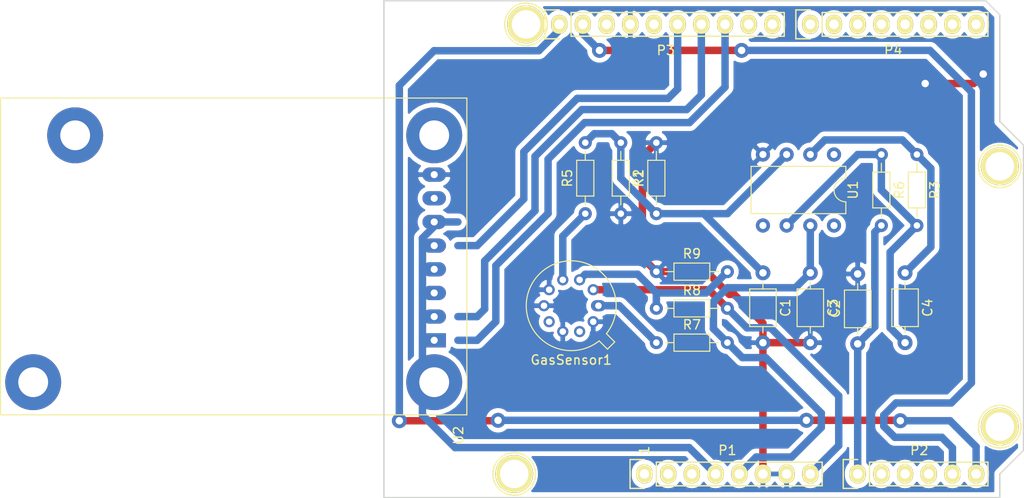
<source format=kicad_pcb>
(kicad_pcb (version 20171130) (host pcbnew "(5.1.9)-1")

  (general
    (thickness 1.6)
    (drawings 10)
    (tracks 139)
    (zones 0)
    (modules 23)
    (nets 47)
  )

  (page A4)
  (title_block
    (date "lun. 30 mars 2015")
  )

  (layers
    (0 F.Cu signal)
    (31 B.Cu signal)
    (32 B.Adhes user)
    (33 F.Adhes user)
    (34 B.Paste user)
    (35 F.Paste user)
    (36 B.SilkS user)
    (37 F.SilkS user)
    (38 B.Mask user)
    (39 F.Mask user)
    (40 Dwgs.User user)
    (41 Cmts.User user)
    (42 Eco1.User user)
    (43 Eco2.User user)
    (44 Edge.Cuts user)
    (45 Margin user)
    (46 B.CrtYd user)
    (47 F.CrtYd user)
    (48 B.Fab user)
    (49 F.Fab user)
  )

  (setup
    (last_trace_width 0.8)
    (trace_clearance 0.4)
    (zone_clearance 0.508)
    (zone_45_only no)
    (trace_min 0.2)
    (via_size 1.6)
    (via_drill 0.8)
    (via_min_size 1.6)
    (via_min_drill 0.8)
    (uvia_size 0.3)
    (uvia_drill 0.1)
    (uvias_allowed no)
    (uvia_min_size 0.2)
    (uvia_min_drill 0.1)
    (edge_width 0.15)
    (segment_width 0.15)
    (pcb_text_width 0.3)
    (pcb_text_size 1.5 1.5)
    (mod_edge_width 0.15)
    (mod_text_size 1 1)
    (mod_text_width 0.15)
    (pad_size 4.064 4.064)
    (pad_drill 3.048)
    (pad_to_mask_clearance 0)
    (aux_axis_origin 110.998 126.365)
    (grid_origin 110.998 126.365)
    (visible_elements 7FFFFFFF)
    (pcbplotparams
      (layerselection 0x00030_80000001)
      (usegerberextensions false)
      (usegerberattributes true)
      (usegerberadvancedattributes true)
      (creategerberjobfile true)
      (excludeedgelayer true)
      (linewidth 0.100000)
      (plotframeref false)
      (viasonmask false)
      (mode 1)
      (useauxorigin false)
      (hpglpennumber 1)
      (hpglpenspeed 20)
      (hpglpendiameter 15.000000)
      (psnegative false)
      (psa4output false)
      (plotreference true)
      (plotvalue true)
      (plotinvisibletext false)
      (padsonsilk false)
      (subtractmaskfromsilk false)
      (outputformat 1)
      (mirror false)
      (drillshape 1)
      (scaleselection 1)
      (outputdirectory ""))
  )

  (net 0 "")
  (net 1 /IOREF)
  (net 2 /Reset)
  (net 3 +5V)
  (net 4 GND)
  (net 5 /Vin)
  (net 6 /A1)
  (net 7 /A2)
  (net 8 /A3)
  (net 9 /AREF)
  (net 10 "/A4(SDA)")
  (net 11 "/A5(SCL)")
  (net 12 "/9(**)")
  (net 13 /8)
  (net 14 /7)
  (net 15 "/6(**)")
  (net 16 "/5(**)")
  (net 17 /4)
  (net 18 "/3(**)")
  (net 19 /2)
  (net 20 "/1(Tx)")
  (net 21 "/0(Rx)")
  (net 22 "Net-(P5-Pad1)")
  (net 23 "Net-(P6-Pad1)")
  (net 24 "Net-(P7-Pad1)")
  (net 25 "Net-(P8-Pad1)")
  (net 26 "/13(SCK)")
  (net 27 "Net-(P1-Pad1)")
  (net 28 +3V3)
  (net 29 "Net-(GasSensor1-Pad1)")
  (net 30 "Net-(GasSensor1-Pad3)")
  (net 31 "Net-(GasSensor1-Pad7)")
  (net 32 "Net-(GasSensor1-Pad9)")
  (net 33 "Net-(U1-Pad8)")
  (net 34 "Net-(U1-Pad5)")
  (net 35 "Net-(U1-Pad1)")
  (net 36 "Net-(C1-Pad1)")
  (net 37 A0)
  (net 38 "Net-(C4-Pad2)")
  (net 39 "Net-(C4-Pad1)")
  (net 40 Isensor)
  (net 41 RST)
  (net 42 RX)
  (net 43 TX)
  (net 44 "Net-(U2-Pad7)")
  (net 45 "Net-(U2-Pad4)")
  (net 46 "Net-(U2-Pad3)")

  (net_class Default "This is the default net class."
    (clearance 0.4)
    (trace_width 0.8)
    (via_dia 1.6)
    (via_drill 0.8)
    (uvia_dia 0.3)
    (uvia_drill 0.1)
    (add_net +3V3)
    (add_net +5V)
    (add_net "/0(Rx)")
    (add_net "/1(Tx)")
    (add_net "/13(SCK)")
    (add_net /2)
    (add_net "/3(**)")
    (add_net /4)
    (add_net "/5(**)")
    (add_net "/6(**)")
    (add_net /7)
    (add_net /8)
    (add_net "/9(**)")
    (add_net /A1)
    (add_net /A2)
    (add_net /A3)
    (add_net "/A4(SDA)")
    (add_net "/A5(SCL)")
    (add_net /AREF)
    (add_net /IOREF)
    (add_net /Reset)
    (add_net /Vin)
    (add_net A0)
    (add_net GND)
    (add_net Isensor)
    (add_net "Net-(C1-Pad1)")
    (add_net "Net-(C4-Pad1)")
    (add_net "Net-(C4-Pad2)")
    (add_net "Net-(GasSensor1-Pad1)")
    (add_net "Net-(GasSensor1-Pad3)")
    (add_net "Net-(GasSensor1-Pad7)")
    (add_net "Net-(GasSensor1-Pad9)")
    (add_net "Net-(P1-Pad1)")
    (add_net "Net-(P5-Pad1)")
    (add_net "Net-(P6-Pad1)")
    (add_net "Net-(P7-Pad1)")
    (add_net "Net-(P8-Pad1)")
    (add_net "Net-(U1-Pad1)")
    (add_net "Net-(U1-Pad5)")
    (add_net "Net-(U1-Pad8)")
    (add_net "Net-(U2-Pad3)")
    (add_net "Net-(U2-Pad4)")
    (add_net "Net-(U2-Pad7)")
    (add_net RST)
    (add_net RX)
    (add_net TX)
  )

  (module Resistor_THT:R_Axial_DIN0204_L3.6mm_D1.6mm_P7.62mm_Horizontal (layer F.Cu) (tedit 5AE5139B) (tstamp 5FD38CB8)
    (at 140.208 102.108)
    (descr "Resistor, Axial_DIN0204 series, Axial, Horizontal, pin pitch=7.62mm, 0.167W, length*diameter=3.6*1.6mm^2, http://cdn-reichelt.de/documents/datenblatt/B400/1_4W%23YAG.pdf")
    (tags "Resistor Axial_DIN0204 series Axial Horizontal pin pitch 7.62mm 0.167W length 3.6mm diameter 1.6mm")
    (path /5FDC2EC6)
    (fp_text reference R9 (at 3.81 -1.92) (layer F.SilkS)
      (effects (font (size 1 1) (thickness 0.15)))
    )
    (fp_text value 10k (at 3.81 1.92) (layer F.Fab)
      (effects (font (size 1 1) (thickness 0.15)))
    )
    (fp_line (start 8.57 -1.05) (end -0.95 -1.05) (layer F.CrtYd) (width 0.05))
    (fp_line (start 8.57 1.05) (end 8.57 -1.05) (layer F.CrtYd) (width 0.05))
    (fp_line (start -0.95 1.05) (end 8.57 1.05) (layer F.CrtYd) (width 0.05))
    (fp_line (start -0.95 -1.05) (end -0.95 1.05) (layer F.CrtYd) (width 0.05))
    (fp_line (start 6.68 0) (end 5.73 0) (layer F.SilkS) (width 0.12))
    (fp_line (start 0.94 0) (end 1.89 0) (layer F.SilkS) (width 0.12))
    (fp_line (start 5.73 -0.92) (end 1.89 -0.92) (layer F.SilkS) (width 0.12))
    (fp_line (start 5.73 0.92) (end 5.73 -0.92) (layer F.SilkS) (width 0.12))
    (fp_line (start 1.89 0.92) (end 5.73 0.92) (layer F.SilkS) (width 0.12))
    (fp_line (start 1.89 -0.92) (end 1.89 0.92) (layer F.SilkS) (width 0.12))
    (fp_line (start 7.62 0) (end 5.61 0) (layer F.Fab) (width 0.1))
    (fp_line (start 0 0) (end 2.01 0) (layer F.Fab) (width 0.1))
    (fp_line (start 5.61 -0.8) (end 2.01 -0.8) (layer F.Fab) (width 0.1))
    (fp_line (start 5.61 0.8) (end 5.61 -0.8) (layer F.Fab) (width 0.1))
    (fp_line (start 2.01 0.8) (end 5.61 0.8) (layer F.Fab) (width 0.1))
    (fp_line (start 2.01 -0.8) (end 2.01 0.8) (layer F.Fab) (width 0.1))
    (fp_text user %R (at 3.81 0) (layer F.Fab)
      (effects (font (size 0.72 0.72) (thickness 0.108)))
    )
    (pad 2 thru_hole oval (at 7.62 0) (size 1.4 1.4) (drill 0.7) (layers *.Cu *.Mask)
      (net 30 "Net-(GasSensor1-Pad3)"))
    (pad 1 thru_hole circle (at 0 0) (size 1.4 1.4) (drill 0.7) (layers *.Cu *.Mask)
      (net 4 GND))
    (model ${KISYS3DMOD}/Resistor_THT.3dshapes/R_Axial_DIN0204_L3.6mm_D1.6mm_P7.62mm_Horizontal.wrl
      (at (xyz 0 0 0))
      (scale (xyz 1 1 1))
      (rotate (xyz 0 0 0))
    )
  )

  (module Resistor_THT:R_Axial_DIN0204_L3.6mm_D1.6mm_P7.62mm_Horizontal (layer F.Cu) (tedit 5AE5139B) (tstamp 5FD38CA1)
    (at 140.208 106.045)
    (descr "Resistor, Axial_DIN0204 series, Axial, Horizontal, pin pitch=7.62mm, 0.167W, length*diameter=3.6*1.6mm^2, http://cdn-reichelt.de/documents/datenblatt/B400/1_4W%23YAG.pdf")
    (tags "Resistor Axial_DIN0204 series Axial Horizontal pin pitch 7.62mm 0.167W length 3.6mm diameter 1.6mm")
    (path /5FDB68A4)
    (fp_text reference R8 (at 3.81 -1.92) (layer F.SilkS)
      (effects (font (size 1 1) (thickness 0.15)))
    )
    (fp_text value 39 (at 3.81 1.92) (layer F.Fab)
      (effects (font (size 1 1) (thickness 0.15)))
    )
    (fp_line (start 8.57 -1.05) (end -0.95 -1.05) (layer F.CrtYd) (width 0.05))
    (fp_line (start 8.57 1.05) (end 8.57 -1.05) (layer F.CrtYd) (width 0.05))
    (fp_line (start -0.95 1.05) (end 8.57 1.05) (layer F.CrtYd) (width 0.05))
    (fp_line (start -0.95 -1.05) (end -0.95 1.05) (layer F.CrtYd) (width 0.05))
    (fp_line (start 6.68 0) (end 5.73 0) (layer F.SilkS) (width 0.12))
    (fp_line (start 0.94 0) (end 1.89 0) (layer F.SilkS) (width 0.12))
    (fp_line (start 5.73 -0.92) (end 1.89 -0.92) (layer F.SilkS) (width 0.12))
    (fp_line (start 5.73 0.92) (end 5.73 -0.92) (layer F.SilkS) (width 0.12))
    (fp_line (start 1.89 0.92) (end 5.73 0.92) (layer F.SilkS) (width 0.12))
    (fp_line (start 1.89 -0.92) (end 1.89 0.92) (layer F.SilkS) (width 0.12))
    (fp_line (start 7.62 0) (end 5.61 0) (layer F.Fab) (width 0.1))
    (fp_line (start 0 0) (end 2.01 0) (layer F.Fab) (width 0.1))
    (fp_line (start 5.61 -0.8) (end 2.01 -0.8) (layer F.Fab) (width 0.1))
    (fp_line (start 5.61 0.8) (end 5.61 -0.8) (layer F.Fab) (width 0.1))
    (fp_line (start 2.01 0.8) (end 5.61 0.8) (layer F.Fab) (width 0.1))
    (fp_line (start 2.01 -0.8) (end 2.01 0.8) (layer F.Fab) (width 0.1))
    (fp_text user %R (at 3.81 0) (layer F.Fab)
      (effects (font (size 0.72 0.72) (thickness 0.108)))
    )
    (pad 2 thru_hole oval (at 7.62 0) (size 1.4 1.4) (drill 0.7) (layers *.Cu *.Mask)
      (net 5 /Vin))
    (pad 1 thru_hole circle (at 0 0) (size 1.4 1.4) (drill 0.7) (layers *.Cu *.Mask)
      (net 30 "Net-(GasSensor1-Pad3)"))
    (model ${KISYS3DMOD}/Resistor_THT.3dshapes/R_Axial_DIN0204_L3.6mm_D1.6mm_P7.62mm_Horizontal.wrl
      (at (xyz 0 0 0))
      (scale (xyz 1 1 1))
      (rotate (xyz 0 0 0))
    )
  )

  (module Resistor_THT:R_Axial_DIN0204_L3.6mm_D1.6mm_P7.62mm_Horizontal (layer F.Cu) (tedit 5AE5139B) (tstamp 5FD38C8A)
    (at 140.208 109.728)
    (descr "Resistor, Axial_DIN0204 series, Axial, Horizontal, pin pitch=7.62mm, 0.167W, length*diameter=3.6*1.6mm^2, http://cdn-reichelt.de/documents/datenblatt/B400/1_4W%23YAG.pdf")
    (tags "Resistor Axial_DIN0204 series Axial Horizontal pin pitch 7.62mm 0.167W length 3.6mm diameter 1.6mm")
    (path /5FD9AE0C)
    (fp_text reference R7 (at 3.81 -1.92) (layer F.SilkS)
      (effects (font (size 1 1) (thickness 0.15)))
    )
    (fp_text value 100 (at 3.81 1.92) (layer F.Fab)
      (effects (font (size 1 1) (thickness 0.15)))
    )
    (fp_line (start 8.57 -1.05) (end -0.95 -1.05) (layer F.CrtYd) (width 0.05))
    (fp_line (start 8.57 1.05) (end 8.57 -1.05) (layer F.CrtYd) (width 0.05))
    (fp_line (start -0.95 1.05) (end 8.57 1.05) (layer F.CrtYd) (width 0.05))
    (fp_line (start -0.95 -1.05) (end -0.95 1.05) (layer F.CrtYd) (width 0.05))
    (fp_line (start 6.68 0) (end 5.73 0) (layer F.SilkS) (width 0.12))
    (fp_line (start 0.94 0) (end 1.89 0) (layer F.SilkS) (width 0.12))
    (fp_line (start 5.73 -0.92) (end 1.89 -0.92) (layer F.SilkS) (width 0.12))
    (fp_line (start 5.73 0.92) (end 5.73 -0.92) (layer F.SilkS) (width 0.12))
    (fp_line (start 1.89 0.92) (end 5.73 0.92) (layer F.SilkS) (width 0.12))
    (fp_line (start 1.89 -0.92) (end 1.89 0.92) (layer F.SilkS) (width 0.12))
    (fp_line (start 7.62 0) (end 5.61 0) (layer F.Fab) (width 0.1))
    (fp_line (start 0 0) (end 2.01 0) (layer F.Fab) (width 0.1))
    (fp_line (start 5.61 -0.8) (end 2.01 -0.8) (layer F.Fab) (width 0.1))
    (fp_line (start 5.61 0.8) (end 5.61 -0.8) (layer F.Fab) (width 0.1))
    (fp_line (start 2.01 0.8) (end 5.61 0.8) (layer F.Fab) (width 0.1))
    (fp_line (start 2.01 -0.8) (end 2.01 0.8) (layer F.Fab) (width 0.1))
    (fp_text user %R (at 4.191 0.254) (layer F.Fab)
      (effects (font (size 0.72 0.72) (thickness 0.108)))
    )
    (pad 2 thru_hole oval (at 7.62 0) (size 1.4 1.4) (drill 0.7) (layers *.Cu *.Mask)
      (net 3 +5V))
    (pad 1 thru_hole circle (at 0 0) (size 1.4 1.4) (drill 0.7) (layers *.Cu *.Mask)
      (net 29 "Net-(GasSensor1-Pad1)"))
    (model ${KISYS3DMOD}/Resistor_THT.3dshapes/R_Axial_DIN0204_L3.6mm_D1.6mm_P7.62mm_Horizontal.wrl
      (at (xyz 0 0 0))
      (scale (xyz 1 1 1))
      (rotate (xyz 0 0 0))
    )
  )

  (module Capacitor_THT:C_Axial_L3.8mm_D2.6mm_P7.50mm_Horizontal (layer F.Cu) (tedit 5AE50EF0) (tstamp 5FCD7E03)
    (at 151.638 102.235 270)
    (descr "C, Axial series, Axial, Horizontal, pin pitch=7.5mm, , length*diameter=3.8*2.6mm^2, http://www.vishay.com/docs/45231/arseries.pdf")
    (tags "C Axial series Axial Horizontal pin pitch 7.5mm  length 3.8mm diameter 2.6mm")
    (path /5FCE8066)
    (fp_text reference C1 (at 3.75 -2.42 90) (layer F.SilkS)
      (effects (font (size 1 1) (thickness 0.15)))
    )
    (fp_text value 100n (at 3.75 2.42 90) (layer F.Fab)
      (effects (font (size 1 1) (thickness 0.15)))
    )
    (fp_line (start 1.85 -1.3) (end 1.85 1.3) (layer F.Fab) (width 0.1))
    (fp_line (start 1.85 1.3) (end 5.65 1.3) (layer F.Fab) (width 0.1))
    (fp_line (start 5.65 1.3) (end 5.65 -1.3) (layer F.Fab) (width 0.1))
    (fp_line (start 5.65 -1.3) (end 1.85 -1.3) (layer F.Fab) (width 0.1))
    (fp_line (start 0 0) (end 1.85 0) (layer F.Fab) (width 0.1))
    (fp_line (start 7.5 0) (end 5.65 0) (layer F.Fab) (width 0.1))
    (fp_line (start 1.73 -1.42) (end 1.73 1.42) (layer F.SilkS) (width 0.12))
    (fp_line (start 1.73 1.42) (end 5.77 1.42) (layer F.SilkS) (width 0.12))
    (fp_line (start 5.77 1.42) (end 5.77 -1.42) (layer F.SilkS) (width 0.12))
    (fp_line (start 5.77 -1.42) (end 1.73 -1.42) (layer F.SilkS) (width 0.12))
    (fp_line (start 1.04 0) (end 1.73 0) (layer F.SilkS) (width 0.12))
    (fp_line (start 6.46 0) (end 5.77 0) (layer F.SilkS) (width 0.12))
    (fp_line (start -1.05 -1.55) (end -1.05 1.55) (layer F.CrtYd) (width 0.05))
    (fp_line (start -1.05 1.55) (end 8.55 1.55) (layer F.CrtYd) (width 0.05))
    (fp_line (start 8.55 1.55) (end 8.55 -1.55) (layer F.CrtYd) (width 0.05))
    (fp_line (start 8.55 -1.55) (end -1.05 -1.55) (layer F.CrtYd) (width 0.05))
    (fp_text user %R (at 3.75 0) (layer F.Fab)
      (effects (font (size 0.76 0.76) (thickness 0.114)))
    )
    (pad 2 thru_hole oval (at 7.5 0 270) (size 1.6 1.6) (drill 0.8) (layers *.Cu *.Mask)
      (net 4 GND))
    (pad 1 thru_hole circle (at 0 0 270) (size 1.6 1.6) (drill 0.8) (layers *.Cu *.Mask)
      (net 36 "Net-(C1-Pad1)"))
    (model ${KISYS3DMOD}/Capacitor_THT.3dshapes/C_Axial_L3.8mm_D2.6mm_P7.50mm_Horizontal.wrl
      (at (xyz 0 0 0))
      (scale (xyz 1 1 1))
      (rotate (xyz 0 0 0))
    )
  )

  (module Capacitor_THT:C_Axial_L3.8mm_D2.6mm_P7.50mm_Horizontal (layer F.Cu) (tedit 5AE50EF0) (tstamp 5FCD778B)
    (at 156.718 102.235 270)
    (descr "C, Axial series, Axial, Horizontal, pin pitch=7.5mm, , length*diameter=3.8*2.6mm^2, http://www.vishay.com/docs/45231/arseries.pdf")
    (tags "C Axial series Axial Horizontal pin pitch 7.5mm  length 3.8mm diameter 2.6mm")
    (path /5FCE9347)
    (fp_text reference C3 (at 3.75 -2.42 90) (layer F.SilkS)
      (effects (font (size 1 1) (thickness 0.15)))
    )
    (fp_text value 100n (at 3.75 2.42 90) (layer F.Fab)
      (effects (font (size 1 1) (thickness 0.15)))
    )
    (fp_line (start 8.55 -1.55) (end -1.05 -1.55) (layer F.CrtYd) (width 0.05))
    (fp_line (start 8.55 1.55) (end 8.55 -1.55) (layer F.CrtYd) (width 0.05))
    (fp_line (start -1.05 1.55) (end 8.55 1.55) (layer F.CrtYd) (width 0.05))
    (fp_line (start -1.05 -1.55) (end -1.05 1.55) (layer F.CrtYd) (width 0.05))
    (fp_line (start 6.46 0) (end 5.77 0) (layer F.SilkS) (width 0.12))
    (fp_line (start 1.04 0) (end 1.73 0) (layer F.SilkS) (width 0.12))
    (fp_line (start 5.77 -1.42) (end 1.73 -1.42) (layer F.SilkS) (width 0.12))
    (fp_line (start 5.77 1.42) (end 5.77 -1.42) (layer F.SilkS) (width 0.12))
    (fp_line (start 1.73 1.42) (end 5.77 1.42) (layer F.SilkS) (width 0.12))
    (fp_line (start 1.73 -1.42) (end 1.73 1.42) (layer F.SilkS) (width 0.12))
    (fp_line (start 7.5 0) (end 5.65 0) (layer F.Fab) (width 0.1))
    (fp_line (start 0 0) (end 1.85 0) (layer F.Fab) (width 0.1))
    (fp_line (start 5.65 -1.3) (end 1.85 -1.3) (layer F.Fab) (width 0.1))
    (fp_line (start 5.65 1.3) (end 5.65 -1.3) (layer F.Fab) (width 0.1))
    (fp_line (start 1.85 1.3) (end 5.65 1.3) (layer F.Fab) (width 0.1))
    (fp_line (start 1.85 -1.3) (end 1.85 1.3) (layer F.Fab) (width 0.1))
    (fp_text user %R (at 3.75 0 90) (layer F.Fab)
      (effects (font (size 0.76 0.76) (thickness 0.114)))
    )
    (pad 2 thru_hole oval (at 7.5 0 270) (size 1.6 1.6) (drill 0.8) (layers *.Cu *.Mask)
      (net 4 GND))
    (pad 1 thru_hole circle (at 0 0 270) (size 1.6 1.6) (drill 0.8) (layers *.Cu *.Mask)
      (net 3 +5V))
    (model ${KISYS3DMOD}/Capacitor_THT.3dshapes/C_Axial_L3.8mm_D2.6mm_P7.50mm_Horizontal.wrl
      (at (xyz 0 0 0))
      (scale (xyz 1 1 1))
      (rotate (xyz 0 0 0))
    )
  )

  (module Capacitor_THT:C_Axial_L3.8mm_D2.6mm_P7.50mm_Horizontal (layer F.Cu) (tedit 5AE50EF0) (tstamp 5FD378B5)
    (at 166.878 102.235 270)
    (descr "C, Axial series, Axial, Horizontal, pin pitch=7.5mm, , length*diameter=3.8*2.6mm^2, http://www.vishay.com/docs/45231/arseries.pdf")
    (tags "C Axial series Axial Horizontal pin pitch 7.5mm  length 3.8mm diameter 2.6mm")
    (path /5FCE8B4E)
    (fp_text reference C4 (at 3.75 -2.42 90) (layer F.SilkS)
      (effects (font (size 1 1) (thickness 0.15)))
    )
    (fp_text value 1µ (at 3.75 2.42 90) (layer F.Fab)
      (effects (font (size 1 1) (thickness 0.15)))
    )
    (fp_line (start 8.55 -1.55) (end -1.05 -1.55) (layer F.CrtYd) (width 0.05))
    (fp_line (start 8.55 1.55) (end 8.55 -1.55) (layer F.CrtYd) (width 0.05))
    (fp_line (start -1.05 1.55) (end 8.55 1.55) (layer F.CrtYd) (width 0.05))
    (fp_line (start -1.05 -1.55) (end -1.05 1.55) (layer F.CrtYd) (width 0.05))
    (fp_line (start 6.46 0) (end 5.77 0) (layer F.SilkS) (width 0.12))
    (fp_line (start 1.04 0) (end 1.73 0) (layer F.SilkS) (width 0.12))
    (fp_line (start 5.77 -1.42) (end 1.73 -1.42) (layer F.SilkS) (width 0.12))
    (fp_line (start 5.77 1.42) (end 5.77 -1.42) (layer F.SilkS) (width 0.12))
    (fp_line (start 1.73 1.42) (end 5.77 1.42) (layer F.SilkS) (width 0.12))
    (fp_line (start 1.73 -1.42) (end 1.73 1.42) (layer F.SilkS) (width 0.12))
    (fp_line (start 7.5 0) (end 5.65 0) (layer F.Fab) (width 0.1))
    (fp_line (start 0 0) (end 1.85 0) (layer F.Fab) (width 0.1))
    (fp_line (start 5.65 -1.3) (end 1.85 -1.3) (layer F.Fab) (width 0.1))
    (fp_line (start 5.65 1.3) (end 5.65 -1.3) (layer F.Fab) (width 0.1))
    (fp_line (start 1.85 1.3) (end 5.65 1.3) (layer F.Fab) (width 0.1))
    (fp_line (start 1.85 -1.3) (end 1.85 1.3) (layer F.Fab) (width 0.1))
    (fp_text user %R (at 3.75 0 90) (layer F.Fab)
      (effects (font (size 0.76 0.76) (thickness 0.114)))
    )
    (pad 2 thru_hole oval (at 7.5 0 270) (size 1.6 1.6) (drill 0.8) (layers *.Cu *.Mask)
      (net 38 "Net-(C4-Pad2)"))
    (pad 1 thru_hole circle (at 0 0 270) (size 1.6 1.6) (drill 0.8) (layers *.Cu *.Mask)
      (net 39 "Net-(C4-Pad1)"))
    (model ${KISYS3DMOD}/Capacitor_THT.3dshapes/C_Axial_L3.8mm_D2.6mm_P7.50mm_Horizontal.wrl
      (at (xyz 0 0 0))
      (scale (xyz 1 1 1))
      (rotate (xyz 0 0 0))
    )
  )

  (module Capacitor_THT:C_Axial_L3.8mm_D2.6mm_P7.50mm_Horizontal (layer F.Cu) (tedit 5AE50EF0) (tstamp 5FCD7774)
    (at 161.798 109.855 90)
    (descr "C, Axial series, Axial, Horizontal, pin pitch=7.5mm, , length*diameter=3.8*2.6mm^2, http://www.vishay.com/docs/45231/arseries.pdf")
    (tags "C Axial series Axial Horizontal pin pitch 7.5mm  length 3.8mm diameter 2.6mm")
    (path /5FCE9C21)
    (fp_text reference C2 (at 3.75 -2.42 90) (layer F.SilkS)
      (effects (font (size 1 1) (thickness 0.15)))
    )
    (fp_text value 100n (at 3.75 2.42 90) (layer F.Fab)
      (effects (font (size 1 1) (thickness 0.15)))
    )
    (fp_line (start 8.55 -1.55) (end -1.05 -1.55) (layer F.CrtYd) (width 0.05))
    (fp_line (start 8.55 1.55) (end 8.55 -1.55) (layer F.CrtYd) (width 0.05))
    (fp_line (start -1.05 1.55) (end 8.55 1.55) (layer F.CrtYd) (width 0.05))
    (fp_line (start -1.05 -1.55) (end -1.05 1.55) (layer F.CrtYd) (width 0.05))
    (fp_line (start 6.46 0) (end 5.77 0) (layer F.SilkS) (width 0.12))
    (fp_line (start 1.04 0) (end 1.73 0) (layer F.SilkS) (width 0.12))
    (fp_line (start 5.77 -1.42) (end 1.73 -1.42) (layer F.SilkS) (width 0.12))
    (fp_line (start 5.77 1.42) (end 5.77 -1.42) (layer F.SilkS) (width 0.12))
    (fp_line (start 1.73 1.42) (end 5.77 1.42) (layer F.SilkS) (width 0.12))
    (fp_line (start 1.73 -1.42) (end 1.73 1.42) (layer F.SilkS) (width 0.12))
    (fp_line (start 7.5 0) (end 5.65 0) (layer F.Fab) (width 0.1))
    (fp_line (start 0 0) (end 1.85 0) (layer F.Fab) (width 0.1))
    (fp_line (start 5.65 -1.3) (end 1.85 -1.3) (layer F.Fab) (width 0.1))
    (fp_line (start 5.65 1.3) (end 5.65 -1.3) (layer F.Fab) (width 0.1))
    (fp_line (start 1.85 1.3) (end 5.65 1.3) (layer F.Fab) (width 0.1))
    (fp_line (start 1.85 -1.3) (end 1.85 1.3) (layer F.Fab) (width 0.1))
    (fp_text user %R (at 3.81 0 90) (layer F.Fab)
      (effects (font (size 0.76 0.76) (thickness 0.114)))
    )
    (pad 2 thru_hole oval (at 7.5 0 90) (size 1.6 1.6) (drill 0.8) (layers *.Cu *.Mask)
      (net 4 GND))
    (pad 1 thru_hole circle (at 0 0 90) (size 1.6 1.6) (drill 0.8) (layers *.Cu *.Mask)
      (net 37 A0))
    (model ${KISYS3DMOD}/Capacitor_THT.3dshapes/C_Axial_L3.8mm_D2.6mm_P7.50mm_Horizontal.wrl
      (at (xyz 0 0 0))
      (scale (xyz 1 1 1))
      (rotate (xyz 0 0 0))
    )
  )

  (module GasSensor:RN2483 (layer F.Cu) (tedit 5FCCC9DA) (tstamp 5FD387C7)
    (at 119.888 117.475 90)
    (path /5FCD142F)
    (fp_text reference U2 (at -2.2 -0.9 90) (layer F.SilkS)
      (effects (font (size 1 1) (thickness 0.15)))
    )
    (fp_text value RN2483 (at 21.3 -14.1 90) (layer F.Fab)
      (effects (font (size 1 1) (thickness 0.15)))
    )
    (fp_line (start 34 0) (end 0 0) (layer F.SilkS) (width 0.12))
    (fp_line (start 34 -50) (end 34 0) (layer F.SilkS) (width 0.12))
    (fp_line (start 0 -50) (end 34 -50) (layer F.SilkS) (width 0.12))
    (fp_line (start 0 0) (end 0 -50) (layer F.SilkS) (width 0.12))
    (pad "" np_thru_hole circle (at 30 -42 90) (size 6 6) (drill 3.2) (layers *.Cu *.Mask))
    (pad "" np_thru_hole circle (at 3.5 -46.5 90) (size 6 6) (drill 3.2) (layers *.Cu *.Mask))
    (pad "" np_thru_hole circle (at 30 -3.5 90) (size 6 6) (drill 3.2) (layers *.Cu *.Mask))
    (pad "" np_thru_hole circle (at 3.5 -3.5 90) (size 6 6) (drill 3.2) (layers *.Cu *.Mask))
    (pad 8 thru_hole oval (at 25.78 -3.5 90) (size 1.524 2.524) (drill 0.762) (layers *.Cu *.Mask)
      (net 4 GND))
    (pad 7 thru_hole oval (at 23.24 -3.5 90) (size 1.524 2.524) (drill 0.762) (layers *.Cu *.Mask)
      (net 44 "Net-(U2-Pad7)"))
    (pad 6 thru_hole oval (at 20.7 -3.5 90) (size 1.524 2.524) (drill 0.762) (layers *.Cu *.Mask)
      (net 28 +3V3))
    (pad 5 thru_hole oval (at 18.16 -3.5 90) (size 1.524 2.524) (drill 0.762) (layers *.Cu *.Mask)
      (net 41 RST))
    (pad 4 thru_hole oval (at 15.62 -3.5 90) (size 1.524 2.524) (drill 0.762) (layers *.Cu *.Mask)
      (net 45 "Net-(U2-Pad4)"))
    (pad 3 thru_hole oval (at 13.08 -3.5 90) (size 1.524 2.524) (drill 0.762) (layers *.Cu *.Mask)
      (net 46 "Net-(U2-Pad3)"))
    (pad 2 thru_hole oval (at 10.54 -3.5 90) (size 1.524 2.524) (drill 0.762) (layers *.Cu *.Mask)
      (net 42 RX))
    (pad 1 thru_hole rect (at 8 -3.5 90) (size 1.524 2.524) (drill 0.762) (layers *.Cu *.Mask)
      (net 43 TX))
    (model ${KISYS3DMOD}/RF_Module.3dshapes/ESP32-WROOM-32.step
      (offset (xyz 17 19 0))
      (scale (xyz 1.2 1.2 1))
      (rotate (xyz 0 0 0))
    )
  )

  (module GasSensor:AOP (layer F.Cu) (tedit 5FCBEA7E) (tstamp 5FCD0D6F)
    (at 161.798 93.345 270)
    (path /5FCCA0A6)
    (fp_text reference U1 (at 0 0.5 90) (layer F.SilkS)
      (effects (font (size 1 1) (thickness 0.15)))
    )
    (fp_text value LTC1050 (at 0 -0.5 90) (layer F.Fab)
      (effects (font (size 1 1) (thickness 0.15)))
    )
    (fp_line (start 2.54 1.27) (end 1.27 1.27) (layer F.SilkS) (width 0.12))
    (fp_line (start 2.54 11.43) (end 2.54 1.27) (layer F.SilkS) (width 0.12))
    (fp_line (start -2.54 11.43) (end 2.54 11.43) (layer F.SilkS) (width 0.12))
    (fp_line (start -2.54 10.16) (end -2.54 11.43) (layer F.SilkS) (width 0.12))
    (fp_line (start -2.54 1.27) (end -2.54 10.16) (layer F.SilkS) (width 0.12))
    (fp_line (start -2.54 1.27) (end -1.27 1.27) (layer F.SilkS) (width 0.12))
    (fp_arc (start 0 1.27) (end -1.27 1.27) (angle -180) (layer F.SilkS) (width 0.12))
    (pad 8 thru_hole circle (at 3.81 2.54 270) (size 1.524 1.524) (drill 0.762) (layers *.Cu *.Mask)
      (net 33 "Net-(U1-Pad8)"))
    (pad 7 thru_hole circle (at 3.81 5.08 270) (size 1.524 1.524) (drill 0.762) (layers *.Cu *.Mask)
      (net 3 +5V))
    (pad 6 thru_hole circle (at 3.81 7.62 270) (size 1.524 1.524) (drill 0.762) (layers *.Cu *.Mask)
      (net 38 "Net-(C4-Pad2)"))
    (pad 5 thru_hole circle (at 3.81 10.16 270) (size 1.524 1.524) (drill 0.762) (layers *.Cu *.Mask)
      (net 34 "Net-(U1-Pad5)"))
    (pad 4 thru_hole circle (at -3.81 10.16 270) (size 1.524 1.524) (drill 0.762) (layers *.Cu *.Mask)
      (net 4 GND))
    (pad 3 thru_hole circle (at -3.81 7.62 270) (size 1.524 1.524) (drill 0.762) (layers *.Cu *.Mask)
      (net 36 "Net-(C1-Pad1)"))
    (pad 2 thru_hole circle (at -3.81 5.08 270) (size 1.524 1.524) (drill 0.762) (layers *.Cu *.Mask)
      (net 39 "Net-(C4-Pad1)"))
    (pad 1 thru_hole circle (at -3.81 2.54 270) (size 1.524 1.524) (drill 0.762) (layers *.Cu *.Mask)
      (net 35 "Net-(U1-Pad1)"))
    (model ${KISYS3DMOD}/Package_DIP.3dshapes/DIP-8_W7.62mm.step
      (offset (xyz -3.8 -2.5 0))
      (scale (xyz 1 1 1))
      (rotate (xyz 0 0 0))
    )
  )

  (module Resistor_THT:R_Axial_DIN0204_L3.6mm_D1.6mm_P7.62mm_Horizontal (layer F.Cu) (tedit 5AE5139B) (tstamp 5FCD0D5C)
    (at 164.338 89.535 270)
    (descr "Resistor, Axial_DIN0204 series, Axial, Horizontal, pin pitch=7.62mm, 0.167W, length*diameter=3.6*1.6mm^2, http://cdn-reichelt.de/documents/datenblatt/B400/1_4W%23YAG.pdf")
    (tags "Resistor Axial_DIN0204 series Axial Horizontal pin pitch 7.62mm 0.167W length 3.6mm diameter 1.6mm")
    (path /5FCC56B3)
    (fp_text reference R6 (at 3.81 -1.92 90) (layer F.SilkS)
      (effects (font (size 1 1) (thickness 0.15)))
    )
    (fp_text value 1k (at 3.81 1.92 90) (layer F.Fab)
      (effects (font (size 1 1) (thickness 0.15)))
    )
    (fp_line (start 2.01 -0.8) (end 2.01 0.8) (layer F.Fab) (width 0.1))
    (fp_line (start 2.01 0.8) (end 5.61 0.8) (layer F.Fab) (width 0.1))
    (fp_line (start 5.61 0.8) (end 5.61 -0.8) (layer F.Fab) (width 0.1))
    (fp_line (start 5.61 -0.8) (end 2.01 -0.8) (layer F.Fab) (width 0.1))
    (fp_line (start 0 0) (end 2.01 0) (layer F.Fab) (width 0.1))
    (fp_line (start 7.62 0) (end 5.61 0) (layer F.Fab) (width 0.1))
    (fp_line (start 1.89 -0.92) (end 1.89 0.92) (layer F.SilkS) (width 0.12))
    (fp_line (start 1.89 0.92) (end 5.73 0.92) (layer F.SilkS) (width 0.12))
    (fp_line (start 5.73 0.92) (end 5.73 -0.92) (layer F.SilkS) (width 0.12))
    (fp_line (start 5.73 -0.92) (end 1.89 -0.92) (layer F.SilkS) (width 0.12))
    (fp_line (start 0.94 0) (end 1.89 0) (layer F.SilkS) (width 0.12))
    (fp_line (start 6.68 0) (end 5.73 0) (layer F.SilkS) (width 0.12))
    (fp_line (start -0.95 -1.05) (end -0.95 1.05) (layer F.CrtYd) (width 0.05))
    (fp_line (start -0.95 1.05) (end 8.57 1.05) (layer F.CrtYd) (width 0.05))
    (fp_line (start 8.57 1.05) (end 8.57 -1.05) (layer F.CrtYd) (width 0.05))
    (fp_line (start 8.57 -1.05) (end -0.95 -1.05) (layer F.CrtYd) (width 0.05))
    (fp_text user %R (at 1.27 -3.81 90) (layer F.Fab)
      (effects (font (size 0.72 0.72) (thickness 0.108)))
    )
    (pad 2 thru_hole oval (at 7.62 0 270) (size 1.4 1.4) (drill 0.7) (layers *.Cu *.Mask)
      (net 37 A0))
    (pad 1 thru_hole circle (at 0 0 270) (size 1.4 1.4) (drill 0.7) (layers *.Cu *.Mask)
      (net 38 "Net-(C4-Pad2)"))
    (model ${KISYS3DMOD}/Resistor_THT.3dshapes/R_Axial_DIN0204_L3.6mm_D1.6mm_P7.62mm_Horizontal.wrl
      (at (xyz 0 0 0))
      (scale (xyz 1 1 1))
      (rotate (xyz 0 0 0))
    )
  )

  (module Resistor_THT:R_Axial_DIN0204_L3.6mm_D1.6mm_P7.62mm_Horizontal (layer F.Cu) (tedit 5AE5139B) (tstamp 5FCD1466)
    (at 132.588 95.885 90)
    (descr "Resistor, Axial_DIN0204 series, Axial, Horizontal, pin pitch=7.62mm, 0.167W, length*diameter=3.6*1.6mm^2, http://cdn-reichelt.de/documents/datenblatt/B400/1_4W%23YAG.pdf")
    (tags "Resistor Axial_DIN0204 series Axial Horizontal pin pitch 7.62mm 0.167W length 3.6mm diameter 1.6mm")
    (path /5FCBE012)
    (fp_text reference R5 (at 3.81 -1.92 90) (layer F.SilkS)
      (effects (font (size 1 1) (thickness 0.15)))
    )
    (fp_text value 10k (at 3.81 1.92 90) (layer F.Fab)
      (effects (font (size 1 1) (thickness 0.15)))
    )
    (fp_line (start 2.01 -0.8) (end 2.01 0.8) (layer F.Fab) (width 0.1))
    (fp_line (start 2.01 0.8) (end 5.61 0.8) (layer F.Fab) (width 0.1))
    (fp_line (start 5.61 0.8) (end 5.61 -0.8) (layer F.Fab) (width 0.1))
    (fp_line (start 5.61 -0.8) (end 2.01 -0.8) (layer F.Fab) (width 0.1))
    (fp_line (start 0 0) (end 2.01 0) (layer F.Fab) (width 0.1))
    (fp_line (start 7.62 0) (end 5.61 0) (layer F.Fab) (width 0.1))
    (fp_line (start 1.89 -0.92) (end 1.89 0.92) (layer F.SilkS) (width 0.12))
    (fp_line (start 1.89 0.92) (end 5.73 0.92) (layer F.SilkS) (width 0.12))
    (fp_line (start 5.73 0.92) (end 5.73 -0.92) (layer F.SilkS) (width 0.12))
    (fp_line (start 5.73 -0.92) (end 1.89 -0.92) (layer F.SilkS) (width 0.12))
    (fp_line (start 0.94 0) (end 1.89 0) (layer F.SilkS) (width 0.12))
    (fp_line (start 6.68 0) (end 5.73 0) (layer F.SilkS) (width 0.12))
    (fp_line (start -0.95 -1.05) (end -0.95 1.05) (layer F.CrtYd) (width 0.05))
    (fp_line (start -0.95 1.05) (end 8.57 1.05) (layer F.CrtYd) (width 0.05))
    (fp_line (start 8.57 1.05) (end 8.57 -1.05) (layer F.CrtYd) (width 0.05))
    (fp_line (start 8.57 -1.05) (end -0.95 -1.05) (layer F.CrtYd) (width 0.05))
    (fp_text user %R (at 3.81 0 90) (layer F.Fab)
      (effects (font (size 0.72 0.72) (thickness 0.108)))
    )
    (pad 2 thru_hole oval (at 7.62 0 90) (size 1.4 1.4) (drill 0.7) (layers *.Cu *.Mask)
      (net 36 "Net-(C1-Pad1)"))
    (pad 1 thru_hole circle (at 0 0 90) (size 1.4 1.4) (drill 0.7) (layers *.Cu *.Mask)
      (net 40 Isensor))
    (model ${KISYS3DMOD}/Resistor_THT.3dshapes/R_Axial_DIN0204_L3.6mm_D1.6mm_P7.62mm_Horizontal.wrl
      (at (xyz 0 0 0))
      (scale (xyz 1 1 1))
      (rotate (xyz 0 0 0))
    )
  )

  (module Resistor_THT:R_Axial_DIN0204_L3.6mm_D1.6mm_P7.62mm_Horizontal (layer F.Cu) (tedit 5AE5139B) (tstamp 5FCD0D2E)
    (at 168.148 89.535 270)
    (descr "Resistor, Axial_DIN0204 series, Axial, Horizontal, pin pitch=7.62mm, 0.167W, length*diameter=3.6*1.6mm^2, http://cdn-reichelt.de/documents/datenblatt/B400/1_4W%23YAG.pdf")
    (tags "Resistor Axial_DIN0204 series Axial Horizontal pin pitch 7.62mm 0.167W length 3.6mm diameter 1.6mm")
    (path /5FCC247A)
    (fp_text reference R3 (at 3.81 -1.92 90) (layer F.SilkS)
      (effects (font (size 1 1) (thickness 0.15)))
    )
    (fp_text value 100k (at 3.81 1.92 90) (layer F.Fab)
      (effects (font (size 1 1) (thickness 0.15)))
    )
    (fp_line (start 2.01 -0.8) (end 2.01 0.8) (layer F.Fab) (width 0.1))
    (fp_line (start 2.01 0.8) (end 5.61 0.8) (layer F.Fab) (width 0.1))
    (fp_line (start 5.61 0.8) (end 5.61 -0.8) (layer F.Fab) (width 0.1))
    (fp_line (start 5.61 -0.8) (end 2.01 -0.8) (layer F.Fab) (width 0.1))
    (fp_line (start 0 0) (end 2.01 0) (layer F.Fab) (width 0.1))
    (fp_line (start 7.62 0) (end 5.61 0) (layer F.Fab) (width 0.1))
    (fp_line (start 1.89 -0.92) (end 1.89 0.92) (layer F.SilkS) (width 0.12))
    (fp_line (start 1.89 0.92) (end 5.73 0.92) (layer F.SilkS) (width 0.12))
    (fp_line (start 5.73 0.92) (end 5.73 -0.92) (layer F.SilkS) (width 0.12))
    (fp_line (start 5.73 -0.92) (end 1.89 -0.92) (layer F.SilkS) (width 0.12))
    (fp_line (start 0.94 0) (end 1.89 0) (layer F.SilkS) (width 0.12))
    (fp_line (start 6.68 0) (end 5.73 0) (layer F.SilkS) (width 0.12))
    (fp_line (start -0.95 -1.05) (end -0.95 1.05) (layer F.CrtYd) (width 0.05))
    (fp_line (start -0.95 1.05) (end 8.57 1.05) (layer F.CrtYd) (width 0.05))
    (fp_line (start 8.57 1.05) (end 8.57 -1.05) (layer F.CrtYd) (width 0.05))
    (fp_line (start 8.57 -1.05) (end -0.95 -1.05) (layer F.CrtYd) (width 0.05))
    (fp_text user %R (at 3.81 0 90) (layer F.Fab)
      (effects (font (size 0.72 0.72) (thickness 0.108)))
    )
    (pad 2 thru_hole oval (at 7.62 0 270) (size 1.4 1.4) (drill 0.7) (layers *.Cu *.Mask)
      (net 38 "Net-(C4-Pad2)"))
    (pad 1 thru_hole circle (at 0 0 270) (size 1.4 1.4) (drill 0.7) (layers *.Cu *.Mask)
      (net 39 "Net-(C4-Pad1)"))
    (model ${KISYS3DMOD}/Resistor_THT.3dshapes/R_Axial_DIN0204_L3.6mm_D1.6mm_P7.62mm_Horizontal.wrl
      (at (xyz 0 0 0))
      (scale (xyz 1 1 1))
      (rotate (xyz 0 0 0))
    )
  )

  (module Resistor_THT:R_Axial_DIN0204_L3.6mm_D1.6mm_P7.62mm_Horizontal (layer F.Cu) (tedit 5AE5139B) (tstamp 5FCD0D17)
    (at 140.208 95.885 90)
    (descr "Resistor, Axial_DIN0204 series, Axial, Horizontal, pin pitch=7.62mm, 0.167W, length*diameter=3.6*1.6mm^2, http://cdn-reichelt.de/documents/datenblatt/B400/1_4W%23YAG.pdf")
    (tags "Resistor Axial_DIN0204 series Axial Horizontal pin pitch 7.62mm 0.167W length 3.6mm diameter 1.6mm")
    (path /5FCC1895)
    (fp_text reference R2 (at 3.81 -1.92 90) (layer F.SilkS)
      (effects (font (size 1 1) (thickness 0.15)))
    )
    (fp_text value 1k (at 3.81 1.92 90) (layer F.Fab)
      (effects (font (size 1 1) (thickness 0.15)))
    )
    (fp_line (start 2.01 -0.8) (end 2.01 0.8) (layer F.Fab) (width 0.1))
    (fp_line (start 2.01 0.8) (end 5.61 0.8) (layer F.Fab) (width 0.1))
    (fp_line (start 5.61 0.8) (end 5.61 -0.8) (layer F.Fab) (width 0.1))
    (fp_line (start 5.61 -0.8) (end 2.01 -0.8) (layer F.Fab) (width 0.1))
    (fp_line (start 0 0) (end 2.01 0) (layer F.Fab) (width 0.1))
    (fp_line (start 7.62 0) (end 5.61 0) (layer F.Fab) (width 0.1))
    (fp_line (start 1.89 -0.92) (end 1.89 0.92) (layer F.SilkS) (width 0.12))
    (fp_line (start 1.89 0.92) (end 5.73 0.92) (layer F.SilkS) (width 0.12))
    (fp_line (start 5.73 0.92) (end 5.73 -0.92) (layer F.SilkS) (width 0.12))
    (fp_line (start 5.73 -0.92) (end 1.89 -0.92) (layer F.SilkS) (width 0.12))
    (fp_line (start 0.94 0) (end 1.89 0) (layer F.SilkS) (width 0.12))
    (fp_line (start 6.68 0) (end 5.73 0) (layer F.SilkS) (width 0.12))
    (fp_line (start -0.95 -1.05) (end -0.95 1.05) (layer F.CrtYd) (width 0.05))
    (fp_line (start -0.95 1.05) (end 8.57 1.05) (layer F.CrtYd) (width 0.05))
    (fp_line (start 8.57 1.05) (end 8.57 -1.05) (layer F.CrtYd) (width 0.05))
    (fp_line (start 8.57 -1.05) (end -0.95 -1.05) (layer F.CrtYd) (width 0.05))
    (fp_text user %R (at 3.81 0 90) (layer F.Fab)
      (effects (font (size 0.72 0.72) (thickness 0.108)))
    )
    (pad 2 thru_hole oval (at 7.62 0 90) (size 1.4 1.4) (drill 0.7) (layers *.Cu *.Mask)
      (net 4 GND))
    (pad 1 thru_hole circle (at 0 0 90) (size 1.4 1.4) (drill 0.7) (layers *.Cu *.Mask)
      (net 36 "Net-(C1-Pad1)"))
    (model ${KISYS3DMOD}/Resistor_THT.3dshapes/R_Axial_DIN0204_L3.6mm_D1.6mm_P7.62mm_Horizontal.wrl
      (at (xyz 0 0 0))
      (scale (xyz 1 1 1))
      (rotate (xyz 0 0 0))
    )
  )

  (module Resistor_THT:R_Axial_DIN0204_L3.6mm_D1.6mm_P7.62mm_Horizontal (layer F.Cu) (tedit 5AE5139B) (tstamp 5FCD0D00)
    (at 136.398 88.265 270)
    (descr "Resistor, Axial_DIN0204 series, Axial, Horizontal, pin pitch=7.62mm, 0.167W, length*diameter=3.6*1.6mm^2, http://cdn-reichelt.de/documents/datenblatt/B400/1_4W%23YAG.pdf")
    (tags "Resistor Axial_DIN0204 series Axial Horizontal pin pitch 7.62mm 0.167W length 3.6mm diameter 1.6mm")
    (path /5FCBE830)
    (fp_text reference R1 (at 3.81 -1.92 90) (layer F.SilkS)
      (effects (font (size 1 1) (thickness 0.15)))
    )
    (fp_text value 100k (at 3.81 1.92 90) (layer F.Fab)
      (effects (font (size 1 1) (thickness 0.15)))
    )
    (fp_line (start 2.01 -0.8) (end 2.01 0.8) (layer F.Fab) (width 0.1))
    (fp_line (start 2.01 0.8) (end 5.61 0.8) (layer F.Fab) (width 0.1))
    (fp_line (start 5.61 0.8) (end 5.61 -0.8) (layer F.Fab) (width 0.1))
    (fp_line (start 5.61 -0.8) (end 2.01 -0.8) (layer F.Fab) (width 0.1))
    (fp_line (start 0 0) (end 2.01 0) (layer F.Fab) (width 0.1))
    (fp_line (start 7.62 0) (end 5.61 0) (layer F.Fab) (width 0.1))
    (fp_line (start 1.89 -0.92) (end 1.89 0.92) (layer F.SilkS) (width 0.12))
    (fp_line (start 1.89 0.92) (end 5.73 0.92) (layer F.SilkS) (width 0.12))
    (fp_line (start 5.73 0.92) (end 5.73 -0.92) (layer F.SilkS) (width 0.12))
    (fp_line (start 5.73 -0.92) (end 1.89 -0.92) (layer F.SilkS) (width 0.12))
    (fp_line (start 0.94 0) (end 1.89 0) (layer F.SilkS) (width 0.12))
    (fp_line (start 6.68 0) (end 5.73 0) (layer F.SilkS) (width 0.12))
    (fp_line (start -0.95 -1.05) (end -0.95 1.05) (layer F.CrtYd) (width 0.05))
    (fp_line (start -0.95 1.05) (end 8.57 1.05) (layer F.CrtYd) (width 0.05))
    (fp_line (start 8.57 1.05) (end 8.57 -1.05) (layer F.CrtYd) (width 0.05))
    (fp_line (start 8.57 -1.05) (end -0.95 -1.05) (layer F.CrtYd) (width 0.05))
    (fp_text user %R (at 3.81 0 90) (layer F.Fab)
      (effects (font (size 0.72 0.72) (thickness 0.108)))
    )
    (pad 2 thru_hole oval (at 7.62 0 270) (size 1.4 1.4) (drill 0.7) (layers *.Cu *.Mask)
      (net 4 GND))
    (pad 1 thru_hole circle (at 0 0 270) (size 1.4 1.4) (drill 0.7) (layers *.Cu *.Mask)
      (net 36 "Net-(C1-Pad1)"))
    (model ${KISYS3DMOD}/Resistor_THT.3dshapes/R_Axial_DIN0204_L3.6mm_D1.6mm_P7.62mm_Horizontal.wrl
      (at (xyz 0 0 0))
      (scale (xyz 1 1 1))
      (rotate (xyz 0 0 0))
    )
  )

  (module GasSensor:to-5-10_window (layer F.Cu) (tedit 5A02FF81) (tstamp 5FCD0C11)
    (at 133.998 105.765 180)
    (descr "TO-5-10_Window, Window")
    (tags "TO-5-10_Window Window")
    (path /5FCBC308)
    (fp_text reference GasSensor1 (at 2.92 -5.82) (layer F.SilkS)
      (effects (font (size 1 1) (thickness 0.15)))
    )
    (fp_text value Sensor_AIME (at 2.92 5.82) (layer F.Fab)
      (effects (font (size 1 1) (thickness 0.15)))
    )
    (fp_line (start -0.085408 -3.61352) (end -0.89151 -4.419621) (layer F.Fab) (width 0.1))
    (fp_line (start -0.89151 -4.419621) (end -1.499621 -3.81151) (layer F.Fab) (width 0.1))
    (fp_line (start -1.499621 -3.81151) (end -0.69352 -3.005408) (layer F.Fab) (width 0.1))
    (fp_line (start 4.244 -2.637) (end 5.557 -1.324) (layer F.Fab) (width 0.1))
    (fp_line (start 3.405 -2.911) (end 5.831 -0.485) (layer F.Fab) (width 0.1))
    (fp_line (start 2.8 -2.948) (end 5.868 0.12) (layer F.Fab) (width 0.1))
    (fp_line (start 2.298 -2.884) (end 5.804 0.622) (layer F.Fab) (width 0.1))
    (fp_line (start 1.862 -2.755) (end 5.675 1.058) (layer F.Fab) (width 0.1))
    (fp_line (start 1.477 -2.574) (end 5.494 1.443) (layer F.Fab) (width 0.1))
    (fp_line (start 1.136 -2.35) (end 5.27 1.784) (layer F.Fab) (width 0.1))
    (fp_line (start 0.834 -2.086) (end 5.006 2.086) (layer F.Fab) (width 0.1))
    (fp_line (start 0.57 -1.784) (end 4.704 2.35) (layer F.Fab) (width 0.1))
    (fp_line (start 0.346 -1.443) (end 4.363 2.574) (layer F.Fab) (width 0.1))
    (fp_line (start 0.165 -1.058) (end 3.978 2.755) (layer F.Fab) (width 0.1))
    (fp_line (start 0.036 -0.622) (end 3.542 2.884) (layer F.Fab) (width 0.1))
    (fp_line (start -0.028 -0.12) (end 3.04 2.948) (layer F.Fab) (width 0.1))
    (fp_line (start 0.009 0.485) (end 2.435 2.911) (layer F.Fab) (width 0.1))
    (fp_line (start 0.283 1.324) (end 1.596 2.637) (layer F.Fab) (width 0.1))
    (fp_line (start -0.077084 -3.774902) (end -0.968039 -4.665856) (layer F.SilkS) (width 0.12))
    (fp_line (start -0.968039 -4.665856) (end -1.745856 -3.888039) (layer F.SilkS) (width 0.12))
    (fp_line (start -1.745856 -3.888039) (end -0.854902 -2.997084) (layer F.SilkS) (width 0.12))
    (fp_line (start -2.04 -4.95) (end -2.04 4.95) (layer F.CrtYd) (width 0.05))
    (fp_line (start -2.04 4.95) (end 7.87 4.95) (layer F.CrtYd) (width 0.05))
    (fp_line (start 7.87 4.95) (end 7.87 -4.95) (layer F.CrtYd) (width 0.05))
    (fp_line (start 7.87 -4.95) (end -2.04 -4.95) (layer F.CrtYd) (width 0.05))
    (fp_circle (center 2.92 0) (end 7.17 0) (layer F.Fab) (width 0.1))
    (fp_circle (center 2.92 0) (end 5.87 0) (layer F.Fab) (width 0.1))
    (fp_text user %R (at 2.92 -5.82) (layer F.Fab)
      (effects (font (size 1 1) (thickness 0.15)))
    )
    (fp_arc (start 2.92 0) (end -0.085408 -3.61352) (angle 349.5) (layer F.Fab) (width 0.1))
    (fp_arc (start 2.92 0) (end -0.077084 -3.774902) (angle 346.9) (layer F.SilkS) (width 0.12))
    (pad 1 thru_hole oval (at 0 0 180) (size 1.6 1.2) (drill 0.7) (layers *.Cu *.Mask)
      (net 29 "Net-(GasSensor1-Pad1)"))
    (pad 2 thru_hole oval (at 0.55767 1.716333 180) (size 1.2 1.2) (drill 0.7) (layers *.Cu *.Mask)
      (net 5 /Vin))
    (pad 3 thru_hole oval (at 2.01767 2.777085 180) (size 1.2 1.2) (drill 0.7) (layers *.Cu *.Mask)
      (net 30 "Net-(GasSensor1-Pad3)"))
    (pad 4 thru_hole oval (at 3.82233 2.777085 180) (size 1.2 1.2) (drill 0.7) (layers *.Cu *.Mask)
      (net 40 Isensor))
    (pad 5 thru_hole oval (at 5.28233 1.716333 180) (size 1.2 1.2) (drill 0.7) (layers *.Cu *.Mask)
      (net 4 GND))
    (pad 6 thru_hole oval (at 5.84 0 180) (size 1.2 1.2) (drill 0.7) (layers *.Cu *.Mask)
      (net 4 GND))
    (pad 7 thru_hole oval (at 5.28233 -1.716333 180) (size 1.2 1.2) (drill 0.7) (layers *.Cu *.Mask)
      (net 31 "Net-(GasSensor1-Pad7)"))
    (pad 8 thru_hole oval (at 3.82233 -2.777085 180) (size 1.2 1.2) (drill 0.7) (layers *.Cu *.Mask)
      (net 4 GND))
    (pad 9 thru_hole oval (at 2.01767 -2.777085 180) (size 1.2 1.2) (drill 0.7) (layers *.Cu *.Mask)
      (net 32 "Net-(GasSensor1-Pad9)"))
    (pad 10 thru_hole oval (at 0.55767 -1.716333 180) (size 1.2 1.2) (drill 0.7) (layers *.Cu *.Mask)
      (net 4 GND))
    (model ${KISYS3DMOD}/Package_TO_SOT_THT.3dshapes/TO-5-10_Window.wrl
      (at (xyz 0 0 0))
      (scale (xyz 1 1 1))
      (rotate (xyz 0 0 0))
    )
  )

  (module Socket_Arduino_Uno:Socket_Strip_Arduino_1x08 locked (layer F.Cu) (tedit 552168D2) (tstamp 551AF9EA)
    (at 138.938 123.825)
    (descr "Through hole socket strip")
    (tags "socket strip")
    (path /56D70129)
    (fp_text reference P1 (at 8.89 -2.54) (layer F.SilkS)
      (effects (font (size 1 1) (thickness 0.15)))
    )
    (fp_text value Power (at 8.89 -4.064) (layer F.Fab)
      (effects (font (size 1 1) (thickness 0.15)))
    )
    (fp_line (start -1.55 -1.55) (end -1.55 1.55) (layer F.SilkS) (width 0.15))
    (fp_line (start 0 -1.55) (end -1.55 -1.55) (layer F.SilkS) (width 0.15))
    (fp_line (start 1.27 1.27) (end 1.27 -1.27) (layer F.SilkS) (width 0.15))
    (fp_line (start -1.55 1.55) (end 0 1.55) (layer F.SilkS) (width 0.15))
    (fp_line (start 19.05 -1.27) (end 1.27 -1.27) (layer F.SilkS) (width 0.15))
    (fp_line (start 19.05 1.27) (end 19.05 -1.27) (layer F.SilkS) (width 0.15))
    (fp_line (start 1.27 1.27) (end 19.05 1.27) (layer F.SilkS) (width 0.15))
    (fp_line (start -1.75 1.75) (end 19.55 1.75) (layer F.CrtYd) (width 0.05))
    (fp_line (start -1.75 -1.75) (end 19.55 -1.75) (layer F.CrtYd) (width 0.05))
    (fp_line (start 19.55 -1.75) (end 19.55 1.75) (layer F.CrtYd) (width 0.05))
    (fp_line (start -1.75 -1.75) (end -1.75 1.75) (layer F.CrtYd) (width 0.05))
    (pad 1 thru_hole oval (at 0 0) (size 1.7272 2.032) (drill 1.016) (layers *.Cu *.Mask F.SilkS)
      (net 27 "Net-(P1-Pad1)"))
    (pad 2 thru_hole oval (at 2.54 0) (size 1.7272 2.032) (drill 1.016) (layers *.Cu *.Mask F.SilkS)
      (net 1 /IOREF))
    (pad 3 thru_hole oval (at 5.08 0) (size 1.7272 2.032) (drill 1.016) (layers *.Cu *.Mask F.SilkS)
      (net 2 /Reset))
    (pad 4 thru_hole oval (at 7.62 0) (size 1.7272 2.032) (drill 1.016) (layers *.Cu *.Mask F.SilkS)
      (net 28 +3V3))
    (pad 5 thru_hole oval (at 10.16 0) (size 1.7272 2.032) (drill 1.016) (layers *.Cu *.Mask F.SilkS)
      (net 3 +5V))
    (pad 6 thru_hole oval (at 12.7 0) (size 1.7272 2.032) (drill 1.016) (layers *.Cu *.Mask F.SilkS)
      (net 4 GND))
    (pad 7 thru_hole oval (at 15.24 0) (size 1.7272 2.032) (drill 1.016) (layers *.Cu *.Mask F.SilkS)
      (net 4 GND))
    (pad 8 thru_hole oval (at 17.78 0) (size 1.7272 2.032) (drill 1.016) (layers *.Cu *.Mask F.SilkS)
      (net 5 /Vin))
    (model ${KIPRJMOD}/Socket_Arduino_Uno.3dshapes/Socket_header_Arduino_1x08.wrl
      (offset (xyz 8.889999866485596 0 0))
      (scale (xyz 1 1 1))
      (rotate (xyz 0 0 180))
    )
  )

  (module Socket_Arduino_Uno:Socket_Strip_Arduino_1x06 locked (layer F.Cu) (tedit 552168D6) (tstamp 551AF9FF)
    (at 161.798 123.825)
    (descr "Through hole socket strip")
    (tags "socket strip")
    (path /56D70DD8)
    (fp_text reference P2 (at 6.604 -2.54) (layer F.SilkS)
      (effects (font (size 1 1) (thickness 0.15)))
    )
    (fp_text value Analog (at 6.604 -4.064) (layer F.Fab)
      (effects (font (size 1 1) (thickness 0.15)))
    )
    (fp_line (start -1.55 -1.55) (end -1.55 1.55) (layer F.SilkS) (width 0.15))
    (fp_line (start 0 -1.55) (end -1.55 -1.55) (layer F.SilkS) (width 0.15))
    (fp_line (start 1.27 1.27) (end 1.27 -1.27) (layer F.SilkS) (width 0.15))
    (fp_line (start -1.55 1.55) (end 0 1.55) (layer F.SilkS) (width 0.15))
    (fp_line (start 13.97 -1.27) (end 1.27 -1.27) (layer F.SilkS) (width 0.15))
    (fp_line (start 13.97 1.27) (end 13.97 -1.27) (layer F.SilkS) (width 0.15))
    (fp_line (start 1.27 1.27) (end 13.97 1.27) (layer F.SilkS) (width 0.15))
    (fp_line (start -1.75 1.75) (end 14.45 1.75) (layer F.CrtYd) (width 0.05))
    (fp_line (start -1.75 -1.75) (end 14.45 -1.75) (layer F.CrtYd) (width 0.05))
    (fp_line (start 14.45 -1.75) (end 14.45 1.75) (layer F.CrtYd) (width 0.05))
    (fp_line (start -1.75 -1.75) (end -1.75 1.75) (layer F.CrtYd) (width 0.05))
    (pad 1 thru_hole oval (at 0 0) (size 1.7272 2.032) (drill 1.016) (layers *.Cu *.Mask F.SilkS)
      (net 37 A0))
    (pad 2 thru_hole oval (at 2.54 0) (size 1.7272 2.032) (drill 1.016) (layers *.Cu *.Mask F.SilkS)
      (net 6 /A1))
    (pad 3 thru_hole oval (at 5.08 0) (size 1.7272 2.032) (drill 1.016) (layers *.Cu *.Mask F.SilkS)
      (net 7 /A2))
    (pad 4 thru_hole oval (at 7.62 0) (size 1.7272 2.032) (drill 1.016) (layers *.Cu *.Mask F.SilkS)
      (net 8 /A3))
    (pad 5 thru_hole oval (at 10.16 0) (size 1.7272 2.032) (drill 1.016) (layers *.Cu *.Mask F.SilkS)
      (net 10 "/A4(SDA)"))
    (pad 6 thru_hole oval (at 12.7 0) (size 1.7272 2.032) (drill 1.016) (layers *.Cu *.Mask F.SilkS)
      (net 11 "/A5(SCL)"))
    (model ${KIPRJMOD}/Socket_Arduino_Uno.3dshapes/Socket_header_Arduino_1x06.wrl
      (offset (xyz 6.349999904632568 0 0))
      (scale (xyz 1 1 1))
      (rotate (xyz 0 0 180))
    )
  )

  (module Socket_Arduino_Uno:Socket_Strip_Arduino_1x10 locked (layer F.Cu) (tedit 552168BF) (tstamp 551AFA18)
    (at 129.794 75.565)
    (descr "Through hole socket strip")
    (tags "socket strip")
    (path /56D721E0)
    (fp_text reference P3 (at 11.43 2.794) (layer F.SilkS)
      (effects (font (size 1 1) (thickness 0.15)))
    )
    (fp_text value Digital (at 11.43 4.318) (layer F.Fab)
      (effects (font (size 1 1) (thickness 0.15)))
    )
    (fp_line (start -1.55 -1.55) (end -1.55 1.55) (layer F.SilkS) (width 0.15))
    (fp_line (start 0 -1.55) (end -1.55 -1.55) (layer F.SilkS) (width 0.15))
    (fp_line (start 1.27 1.27) (end 1.27 -1.27) (layer F.SilkS) (width 0.15))
    (fp_line (start -1.55 1.55) (end 0 1.55) (layer F.SilkS) (width 0.15))
    (fp_line (start 24.13 -1.27) (end 1.27 -1.27) (layer F.SilkS) (width 0.15))
    (fp_line (start 24.13 1.27) (end 24.13 -1.27) (layer F.SilkS) (width 0.15))
    (fp_line (start 1.27 1.27) (end 24.13 1.27) (layer F.SilkS) (width 0.15))
    (fp_line (start -1.75 1.75) (end 24.65 1.75) (layer F.CrtYd) (width 0.05))
    (fp_line (start -1.75 -1.75) (end 24.65 -1.75) (layer F.CrtYd) (width 0.05))
    (fp_line (start 24.65 -1.75) (end 24.65 1.75) (layer F.CrtYd) (width 0.05))
    (fp_line (start -1.75 -1.75) (end -1.75 1.75) (layer F.CrtYd) (width 0.05))
    (pad 1 thru_hole oval (at 0 0) (size 1.7272 2.032) (drill 1.016) (layers *.Cu *.Mask F.SilkS)
      (net 11 "/A5(SCL)"))
    (pad 2 thru_hole oval (at 2.54 0) (size 1.7272 2.032) (drill 1.016) (layers *.Cu *.Mask F.SilkS)
      (net 10 "/A4(SDA)"))
    (pad 3 thru_hole oval (at 5.08 0) (size 1.7272 2.032) (drill 1.016) (layers *.Cu *.Mask F.SilkS)
      (net 9 /AREF))
    (pad 4 thru_hole oval (at 7.62 0) (size 1.7272 2.032) (drill 1.016) (layers *.Cu *.Mask F.SilkS)
      (net 4 GND))
    (pad 5 thru_hole oval (at 10.16 0) (size 1.7272 2.032) (drill 1.016) (layers *.Cu *.Mask F.SilkS)
      (net 26 "/13(SCK)"))
    (pad 6 thru_hole oval (at 12.7 0) (size 1.7272 2.032) (drill 1.016) (layers *.Cu *.Mask F.SilkS)
      (net 41 RST))
    (pad 7 thru_hole oval (at 15.24 0) (size 1.7272 2.032) (drill 1.016) (layers *.Cu *.Mask F.SilkS)
      (net 42 RX))
    (pad 8 thru_hole oval (at 17.78 0) (size 1.7272 2.032) (drill 1.016) (layers *.Cu *.Mask F.SilkS)
      (net 43 TX))
    (pad 9 thru_hole oval (at 20.32 0) (size 1.7272 2.032) (drill 1.016) (layers *.Cu *.Mask F.SilkS)
      (net 12 "/9(**)"))
    (pad 10 thru_hole oval (at 22.86 0) (size 1.7272 2.032) (drill 1.016) (layers *.Cu *.Mask F.SilkS)
      (net 13 /8))
    (model ${KIPRJMOD}/Socket_Arduino_Uno.3dshapes/Socket_header_Arduino_1x10.wrl
      (offset (xyz 11.42999982833862 0 0))
      (scale (xyz 1 1 1))
      (rotate (xyz 0 0 180))
    )
  )

  (module Socket_Arduino_Uno:Socket_Strip_Arduino_1x08 locked (layer F.Cu) (tedit 552168C7) (tstamp 551AFA2F)
    (at 156.718 75.565)
    (descr "Through hole socket strip")
    (tags "socket strip")
    (path /56D7164F)
    (fp_text reference P4 (at 8.89 2.794) (layer F.SilkS)
      (effects (font (size 1 1) (thickness 0.15)))
    )
    (fp_text value Digital (at 8.89 4.318) (layer F.Fab)
      (effects (font (size 1 1) (thickness 0.15)))
    )
    (fp_line (start -1.55 -1.55) (end -1.55 1.55) (layer F.SilkS) (width 0.15))
    (fp_line (start 0 -1.55) (end -1.55 -1.55) (layer F.SilkS) (width 0.15))
    (fp_line (start 1.27 1.27) (end 1.27 -1.27) (layer F.SilkS) (width 0.15))
    (fp_line (start -1.55 1.55) (end 0 1.55) (layer F.SilkS) (width 0.15))
    (fp_line (start 19.05 -1.27) (end 1.27 -1.27) (layer F.SilkS) (width 0.15))
    (fp_line (start 19.05 1.27) (end 19.05 -1.27) (layer F.SilkS) (width 0.15))
    (fp_line (start 1.27 1.27) (end 19.05 1.27) (layer F.SilkS) (width 0.15))
    (fp_line (start -1.75 1.75) (end 19.55 1.75) (layer F.CrtYd) (width 0.05))
    (fp_line (start -1.75 -1.75) (end 19.55 -1.75) (layer F.CrtYd) (width 0.05))
    (fp_line (start 19.55 -1.75) (end 19.55 1.75) (layer F.CrtYd) (width 0.05))
    (fp_line (start -1.75 -1.75) (end -1.75 1.75) (layer F.CrtYd) (width 0.05))
    (pad 1 thru_hole oval (at 0 0) (size 1.7272 2.032) (drill 1.016) (layers *.Cu *.Mask F.SilkS)
      (net 14 /7))
    (pad 2 thru_hole oval (at 2.54 0) (size 1.7272 2.032) (drill 1.016) (layers *.Cu *.Mask F.SilkS)
      (net 15 "/6(**)"))
    (pad 3 thru_hole oval (at 5.08 0) (size 1.7272 2.032) (drill 1.016) (layers *.Cu *.Mask F.SilkS)
      (net 16 "/5(**)"))
    (pad 4 thru_hole oval (at 7.62 0) (size 1.7272 2.032) (drill 1.016) (layers *.Cu *.Mask F.SilkS)
      (net 17 /4))
    (pad 5 thru_hole oval (at 10.16 0) (size 1.7272 2.032) (drill 1.016) (layers *.Cu *.Mask F.SilkS)
      (net 18 "/3(**)"))
    (pad 6 thru_hole oval (at 12.7 0) (size 1.7272 2.032) (drill 1.016) (layers *.Cu *.Mask F.SilkS)
      (net 19 /2))
    (pad 7 thru_hole oval (at 15.24 0) (size 1.7272 2.032) (drill 1.016) (layers *.Cu *.Mask F.SilkS)
      (net 20 "/1(Tx)"))
    (pad 8 thru_hole oval (at 17.78 0) (size 1.7272 2.032) (drill 1.016) (layers *.Cu *.Mask F.SilkS)
      (net 21 "/0(Rx)"))
    (model ${KIPRJMOD}/Socket_Arduino_Uno.3dshapes/Socket_header_Arduino_1x08.wrl
      (offset (xyz 8.889999866485596 0 0))
      (scale (xyz 1 1 1))
      (rotate (xyz 0 0 180))
    )
  )

  (module Socket_Arduino_Uno:Arduino_1pin locked (layer F.Cu) (tedit 5524FC39) (tstamp 5524FC3F)
    (at 124.968 123.825)
    (descr "module 1 pin (ou trou mecanique de percage)")
    (tags DEV)
    (path /56D71177)
    (fp_text reference P5 (at 0 -3.048) (layer F.SilkS) hide
      (effects (font (size 1 1) (thickness 0.15)))
    )
    (fp_text value CONN_01X01 (at 0 2.794) (layer F.Fab) hide
      (effects (font (size 1 1) (thickness 0.15)))
    )
    (fp_circle (center 0 0) (end 0 -2.286) (layer F.SilkS) (width 0.15))
    (pad 1 thru_hole circle (at 0 0) (size 4.064 4.064) (drill 3.048) (layers *.Cu *.Mask F.SilkS)
      (net 22 "Net-(P5-Pad1)"))
  )

  (module Socket_Arduino_Uno:Arduino_1pin locked (layer F.Cu) (tedit 5524FC4A) (tstamp 5524FC44)
    (at 177.038 118.745)
    (descr "module 1 pin (ou trou mecanique de percage)")
    (tags DEV)
    (path /56D71274)
    (fp_text reference P6 (at 0 -3.048) (layer F.SilkS) hide
      (effects (font (size 1 1) (thickness 0.15)))
    )
    (fp_text value CONN_01X01 (at 0 2.794) (layer F.Fab) hide
      (effects (font (size 1 1) (thickness 0.15)))
    )
    (fp_circle (center 0 0) (end 0 -2.286) (layer F.SilkS) (width 0.15))
    (pad 1 thru_hole circle (at 0 0) (size 4.064 4.064) (drill 3.048) (layers *.Cu *.Mask F.SilkS)
      (net 23 "Net-(P6-Pad1)"))
  )

  (module Socket_Arduino_Uno:Arduino_1pin locked (layer F.Cu) (tedit 5524FC2F) (tstamp 5524FC49)
    (at 126.238 75.565)
    (descr "module 1 pin (ou trou mecanique de percage)")
    (tags DEV)
    (path /56D712A8)
    (fp_text reference P7 (at 0 -3.048) (layer F.SilkS) hide
      (effects (font (size 1 1) (thickness 0.15)))
    )
    (fp_text value CONN_01X01 (at 0 2.794) (layer F.Fab) hide
      (effects (font (size 1 1) (thickness 0.15)))
    )
    (fp_circle (center 0 0) (end 0 -2.286) (layer F.SilkS) (width 0.15))
    (pad 1 thru_hole circle (at 0 0) (size 4.064 4.064) (drill 3.048) (layers *.Cu *.Mask F.SilkS)
      (net 24 "Net-(P7-Pad1)"))
  )

  (module Socket_Arduino_Uno:Arduino_1pin locked (layer F.Cu) (tedit 5524FC41) (tstamp 5524FC4E)
    (at 177.038 90.805)
    (descr "module 1 pin (ou trou mecanique de percage)")
    (tags DEV)
    (path /56D712DB)
    (fp_text reference P8 (at 0 -3.048) (layer F.SilkS) hide
      (effects (font (size 1 1) (thickness 0.15)))
    )
    (fp_text value CONN_01X01 (at 0 2.794) (layer F.Fab) hide
      (effects (font (size 1 1) (thickness 0.15)))
    )
    (fp_circle (center 0 0) (end 0 -2.286) (layer F.SilkS) (width 0.15))
    (pad 1 thru_hole circle (at 0 0) (size 4.064 4.064) (drill 3.048) (layers *.Cu *.Mask F.SilkS)
      (net 25 "Net-(P8-Pad1)"))
  )

  (gr_text 1 (at 138.938 121.285 90) (layer F.SilkS)
    (effects (font (size 1 1) (thickness 0.15)))
  )
  (gr_line (start 177.038 74.549) (end 175.514 73.025) (angle 90) (layer Edge.Cuts) (width 0.15))
  (gr_line (start 177.038 85.979) (end 177.038 74.549) (angle 90) (layer Edge.Cuts) (width 0.15))
  (gr_line (start 179.578 88.519) (end 177.038 85.979) (angle 90) (layer Edge.Cuts) (width 0.15))
  (gr_line (start 179.578 121.285) (end 179.578 88.519) (angle 90) (layer Edge.Cuts) (width 0.15))
  (gr_line (start 177.038 123.825) (end 179.578 121.285) (angle 90) (layer Edge.Cuts) (width 0.15))
  (gr_line (start 177.038 126.365) (end 177.038 123.825) (angle 90) (layer Edge.Cuts) (width 0.15))
  (gr_line (start 110.998 126.365) (end 177.038 126.365) (angle 90) (layer Edge.Cuts) (width 0.15))
  (gr_line (start 110.998 73.025) (end 110.998 126.365) (angle 90) (layer Edge.Cuts) (width 0.15))
  (gr_line (start 175.514 73.025) (end 110.998 73.025) (angle 90) (layer Edge.Cuts) (width 0.15))

  (segment (start 156.718 97.155) (end 156.718 102.235) (width 0.8) (layer B.Cu) (net 3))
  (segment (start 146.327999 108.227999) (end 147.828 109.728) (width 0.8) (layer B.Cu) (net 3))
  (segment (start 146.327999 105.324999) (end 146.327999 108.227999) (width 0.8) (layer B.Cu) (net 3))
  (segment (start 147.817997 103.835001) (end 146.327999 105.324999) (width 0.8) (layer B.Cu) (net 3))
  (segment (start 155.117999 103.835001) (end 147.817997 103.835001) (width 0.8) (layer B.Cu) (net 3))
  (segment (start 156.718 102.235) (end 155.117999 103.835001) (width 0.8) (layer B.Cu) (net 3))
  (segment (start 154.722012 122.00899) (end 150.91401 122.00899) (width 0.8) (layer B.Cu) (net 3))
  (segment (start 157.898001 118.833001) (end 154.722012 122.00899) (width 0.8) (layer B.Cu) (net 3))
  (segment (start 150.91401 122.00899) (end 149.098 123.825) (width 0.8) (layer B.Cu) (net 3))
  (segment (start 151.936003 111.335001) (end 157.898001 117.296999) (width 0.8) (layer B.Cu) (net 3))
  (segment (start 149.435001 111.335001) (end 151.936003 111.335001) (width 0.8) (layer B.Cu) (net 3))
  (segment (start 157.898001 117.296999) (end 157.898001 118.833001) (width 0.8) (layer B.Cu) (net 3))
  (segment (start 147.828 109.728) (end 149.435001 111.335001) (width 0.8) (layer B.Cu) (net 3))
  (segment (start 151.638 109.735) (end 156.718 109.735) (width 0.8) (layer F.Cu) (net 4))
  (segment (start 151.638 109.735) (end 151.638 123.825) (width 0.8) (layer F.Cu) (net 4))
  (segment (start 138.707999 89.765001) (end 138.707999 100.607999) (width 0.8) (layer F.Cu) (net 4))
  (segment (start 138.707999 100.607999) (end 140.208 102.108) (width 0.8) (layer F.Cu) (net 4))
  (segment (start 140.208 88.265) (end 138.707999 89.765001) (width 0.8) (layer F.Cu) (net 4))
  (segment (start 151.638 107.634998) (end 151.638 109.735) (width 0.8) (layer F.Cu) (net 4))
  (segment (start 148.025069 104.544999) (end 148.548001 104.544999) (width 0.8) (layer F.Cu) (net 4))
  (segment (start 145.58807 102.108) (end 148.025069 104.544999) (width 0.8) (layer F.Cu) (net 4))
  (segment (start 148.548001 104.544999) (end 151.638 107.634998) (width 0.8) (layer F.Cu) (net 4))
  (segment (start 140.208 102.108) (end 145.58807 102.108) (width 0.8) (layer F.Cu) (net 4))
  (via (at 169.037 81.915) (size 1.6) (drill 0.8) (layers F.Cu B.Cu) (net 4))
  (via (at 175.26 80.899) (size 1.6) (drill 0.8) (layers F.Cu B.Cu) (net 4))
  (segment (start 174.244 81.915) (end 175.26 80.899) (width 0.8) (layer F.Cu) (net 4))
  (segment (start 169.037 81.915) (end 174.244 81.915) (width 0.8) (layer F.Cu) (net 4))
  (segment (start 149.917999 108.134999) (end 147.828 106.045) (width 0.8) (layer B.Cu) (net 5))
  (segment (start 152.457999 108.134999) (end 149.917999 108.134999) (width 0.8) (layer B.Cu) (net 5))
  (segment (start 159.766 115.443) (end 152.457999 108.134999) (width 0.8) (layer B.Cu) (net 5))
  (segment (start 159.766 120.777) (end 159.766 115.443) (width 0.8) (layer B.Cu) (net 5))
  (segment (start 156.718 123.825) (end 159.766 120.777) (width 0.8) (layer B.Cu) (net 5))
  (segment (start 145.831667 104.048667) (end 147.828 106.045) (width 0.8) (layer F.Cu) (net 5))
  (segment (start 133.44033 104.048667) (end 145.831667 104.048667) (width 0.8) (layer F.Cu) (net 5))
  (segment (start 171.958 123.825) (end 171.958 121.031) (width 0.8) (layer B.Cu) (net 10))
  (segment (start 171.958 121.031) (end 170.815 119.888) (width 0.8) (layer B.Cu) (net 10))
  (segment (start 165.779998 119.888) (end 164.592 118.700002) (width 0.8) (layer B.Cu) (net 10))
  (segment (start 170.815 119.888) (end 165.779998 119.888) (width 0.8) (layer B.Cu) (net 10))
  (segment (start 164.592 117.519998) (end 165.906998 116.205) (width 0.8) (layer B.Cu) (net 10))
  (segment (start 164.592 118.700002) (end 164.592 117.519998) (width 0.8) (layer B.Cu) (net 10))
  (segment (start 165.906998 116.205) (end 171.831 116.205) (width 0.8) (layer B.Cu) (net 10))
  (segment (start 171.831 116.205) (end 173.99 114.046) (width 0.8) (layer B.Cu) (net 10))
  (segment (start 173.99 114.046) (end 173.99 82.804) (width 0.8) (layer B.Cu) (net 10))
  (segment (start 173.99 82.804) (end 169.545 78.359) (width 0.8) (layer B.Cu) (net 10))
  (segment (start 169.545 78.359) (end 149.352 78.359) (width 0.8) (layer B.Cu) (net 10))
  (segment (start 132.334 75.565) (end 132.334 76.581) (width 0.8) (layer B.Cu) (net 10))
  (segment (start 132.334 76.581) (end 134.112 78.359) (width 0.8) (layer B.Cu) (net 10))
  (segment (start 149.352 78.359) (end 149.352 78.359) (width 0.8) (layer B.Cu) (net 10) (tstamp 5FD38B86))
  (via (at 149.352 78.359) (size 1.6) (drill 0.8) (layers F.Cu B.Cu) (net 10))
  (segment (start 134.112 78.359) (end 134.112 78.359) (width 0.8) (layer B.Cu) (net 10) (tstamp 5FD38B88))
  (via (at 134.112 78.359) (size 1.6) (drill 0.8) (layers F.Cu B.Cu) (net 10))
  (segment (start 134.112 78.359) (end 149.352 78.359) (width 0.8) (layer F.Cu) (net 10))
  (segment (start 156.298 118.065) (end 156.298 118.065) (width 0.8) (layer B.Cu) (net 11) (tstamp 5FD38B7D))
  (via (at 156.298 118.065) (size 1.6) (drill 0.8) (layers F.Cu B.Cu) (net 11))
  (segment (start 174.498 123.825) (end 174.498 120.904) (width 0.8) (layer B.Cu) (net 11))
  (segment (start 174.498 120.904) (end 171.704 118.11) (width 0.8) (layer B.Cu) (net 11))
  (segment (start 171.704 118.11) (end 166.37 118.11) (width 0.8) (layer B.Cu) (net 11))
  (segment (start 166.37 118.11) (end 166.37 118.11) (width 0.8) (layer B.Cu) (net 11) (tstamp 5FD38B83))
  (via (at 166.37 118.11) (size 1.6) (drill 0.8) (layers F.Cu B.Cu) (net 11))
  (segment (start 166.325 118.065) (end 166.37 118.11) (width 0.8) (layer F.Cu) (net 11))
  (segment (start 156.298 118.065) (end 166.325 118.065) (width 0.8) (layer F.Cu) (net 11))
  (segment (start 129.794 76.200362) (end 129.794 75.565) (width 0.8) (layer B.Cu) (net 11))
  (segment (start 127.597361 78.397001) (end 129.794 76.200362) (width 0.8) (layer B.Cu) (net 11))
  (segment (start 116.370001 78.397001) (end 127.597361 78.397001) (width 0.8) (layer B.Cu) (net 11))
  (segment (start 112.649 82.118002) (end 116.370001 78.397001) (width 0.8) (layer B.Cu) (net 11))
  (segment (start 112.649 118.11) (end 112.649 118.11) (width 0.8) (layer B.Cu) (net 11))
  (segment (start 112.649 118.11) (end 112.649 82.118002) (width 0.8) (layer B.Cu) (net 11) (tstamp 5FD38C24))
  (via (at 112.649 118.11) (size 1.6) (drill 0.8) (layers F.Cu B.Cu) (net 11))
  (segment (start 123.235 118.065) (end 156.298 118.065) (width 0.8) (layer B.Cu) (net 11) (tstamp 5FD38C2A))
  (via (at 123.235 118.065) (size 1.6) (drill 0.8) (layers F.Cu B.Cu) (net 11))
  (segment (start 123.19 118.11) (end 123.235 118.065) (width 0.8) (layer F.Cu) (net 11))
  (segment (start 112.649 118.11) (end 123.19 118.11) (width 0.8) (layer F.Cu) (net 11))
  (segment (start 143.725999 120.992999) (end 146.558 123.825) (width 0.8) (layer B.Cu) (net 28))
  (segment (start 118.624927 120.992999) (end 143.725999 120.992999) (width 0.8) (layer B.Cu) (net 28))
  (segment (start 115.127999 117.496071) (end 118.624927 120.992999) (width 0.8) (layer B.Cu) (net 28))
  (segment (start 115.127999 98.513001) (end 115.127999 117.496071) (width 0.8) (layer B.Cu) (net 28))
  (segment (start 116.866 96.775) (end 115.127999 98.513001) (width 0.8) (layer B.Cu) (net 28))
  (segment (start 118.928 96.775) (end 116.866 96.775) (width 0.8) (layer B.Cu) (net 28))
  (segment (start 136.245 105.765) (end 140.208 109.728) (width 0.8) (layer B.Cu) (net 29))
  (segment (start 133.998 105.765) (end 136.245 105.765) (width 0.8) (layer B.Cu) (net 29))
  (segment (start 132.580329 102.387916) (end 138.201916 102.387916) (width 0.8) (layer B.Cu) (net 30))
  (segment (start 131.98033 102.987915) (end 132.580329 102.387916) (width 0.8) (layer B.Cu) (net 30))
  (segment (start 140.208 104.394) (end 140.208 106.045) (width 0.8) (layer B.Cu) (net 30))
  (segment (start 138.201916 102.387916) (end 140.208 104.394) (width 0.8) (layer B.Cu) (net 30))
  (segment (start 145.542 104.394) (end 147.828 102.108) (width 0.8) (layer B.Cu) (net 30))
  (segment (start 140.208 104.394) (end 145.542 104.394) (width 0.8) (layer B.Cu) (net 30))
  (segment (start 136.398 92.075) (end 140.208 95.885) (width 0.8) (layer B.Cu) (net 36))
  (segment (start 136.398 88.265) (end 136.398 92.075) (width 0.8) (layer B.Cu) (net 36))
  (segment (start 145.288 95.885) (end 151.638 102.235) (width 0.8) (layer B.Cu) (net 36))
  (segment (start 140.208 95.885) (end 145.288 95.885) (width 0.8) (layer B.Cu) (net 36))
  (segment (start 147.828 95.885) (end 154.178 89.535) (width 0.8) (layer B.Cu) (net 36))
  (segment (start 145.288 95.885) (end 147.828 95.885) (width 0.8) (layer B.Cu) (net 36))
  (segment (start 132.588 88.265) (end 133.54699 87.30601) (width 0.8) (layer B.Cu) (net 36))
  (segment (start 135.43901 87.30601) (end 136.398 88.265) (width 0.8) (layer B.Cu) (net 36))
  (segment (start 133.54699 87.30601) (end 135.43901 87.30601) (width 0.8) (layer B.Cu) (net 36))
  (segment (start 163.638001 108.014999) (end 161.798 109.855) (width 0.8) (layer B.Cu) (net 37))
  (segment (start 163.638001 97.854999) (end 163.638001 108.014999) (width 0.8) (layer B.Cu) (net 37))
  (segment (start 164.338 97.155) (end 163.638001 97.854999) (width 0.8) (layer B.Cu) (net 37))
  (segment (start 161.798 109.855) (end 161.798 123.825) (width 0.8) (layer B.Cu) (net 37))
  (segment (start 161.798 89.535) (end 164.338 89.535) (width 0.8) (layer B.Cu) (net 38))
  (segment (start 154.178 97.155) (end 161.798 89.535) (width 0.8) (layer B.Cu) (net 38))
  (segment (start 164.338 93.345) (end 168.148 97.155) (width 0.8) (layer B.Cu) (net 38))
  (segment (start 164.338 89.535) (end 164.338 93.345) (width 0.8) (layer B.Cu) (net 38))
  (segment (start 165.277999 108.134999) (end 166.878 109.735) (width 0.8) (layer B.Cu) (net 38))
  (segment (start 165.277999 100.025001) (end 165.277999 108.134999) (width 0.8) (layer B.Cu) (net 38))
  (segment (start 168.148 97.155) (end 165.277999 100.025001) (width 0.8) (layer B.Cu) (net 38))
  (segment (start 166.585999 87.972999) (end 168.148 89.535) (width 0.8) (layer B.Cu) (net 39))
  (segment (start 158.280001 87.972999) (end 166.585999 87.972999) (width 0.8) (layer B.Cu) (net 39))
  (segment (start 156.718 89.535) (end 158.280001 87.972999) (width 0.8) (layer B.Cu) (net 39))
  (segment (start 169.648001 99.464999) (end 166.878 102.235) (width 0.8) (layer B.Cu) (net 39))
  (segment (start 169.648001 91.035001) (end 169.648001 99.464999) (width 0.8) (layer B.Cu) (net 39))
  (segment (start 168.148 89.535) (end 169.648001 91.035001) (width 0.8) (layer B.Cu) (net 39))
  (segment (start 130.17567 98.29733) (end 130.17567 102.987915) (width 0.8) (layer B.Cu) (net 40))
  (segment (start 132.588 95.885) (end 130.17567 98.29733) (width 0.8) (layer B.Cu) (net 40))
  (segment (start 120.99 99.315) (end 125.998 94.307) (width 0.8) (layer B.Cu) (net 41))
  (segment (start 118.928 99.315) (end 120.99 99.315) (width 0.8) (layer B.Cu) (net 41))
  (segment (start 142.494 75.565) (end 142.494 82.49299) (width 0.8) (layer B.Cu) (net 41))
  (segment (start 125.998 89.240858) (end 125.998 94.307) (width 0.8) (layer B.Cu) (net 41))
  (segment (start 131.729867 83.508991) (end 125.998 89.240858) (width 0.8) (layer B.Cu) (net 41))
  (segment (start 141.478 83.50899) (end 131.729867 83.508991) (width 0.8) (layer B.Cu) (net 41))
  (segment (start 142.494 82.49299) (end 141.478 83.50899) (width 0.8) (layer B.Cu) (net 41))
  (segment (start 127.19801 95.56499) (end 121.798 100.965) (width 0.8) (layer B.Cu) (net 42))
  (segment (start 121.798 106.127) (end 120.99 106.935) (width 0.8) (layer B.Cu) (net 42))
  (segment (start 120.99 106.935) (end 118.928 106.935) (width 0.8) (layer B.Cu) (net 42))
  (segment (start 121.798 100.965) (end 121.798 106.127) (width 0.8) (layer B.Cu) (net 42))
  (segment (start 127.19801 89.737918) (end 132.226928 84.709) (width 0.8) (layer B.Cu) (net 42))
  (segment (start 127.19801 95.56499) (end 127.19801 89.737918) (width 0.8) (layer B.Cu) (net 42))
  (segment (start 132.226928 84.709) (end 143.46393 84.709) (width 0.8) (layer B.Cu) (net 42))
  (segment (start 145.034 83.13893) (end 145.034 75.565) (width 0.8) (layer B.Cu) (net 42))
  (segment (start 143.46393 84.709) (end 145.034 83.13893) (width 0.8) (layer B.Cu) (net 42))
  (segment (start 122.998 107.467) (end 122.998 101.46207) (width 0.8) (layer B.Cu) (net 43))
  (segment (start 120.99 109.475) (end 122.998 107.467) (width 0.8) (layer B.Cu) (net 43))
  (segment (start 118.928 109.475) (end 120.99 109.475) (width 0.8) (layer B.Cu) (net 43))
  (segment (start 122.998 101.46207) (end 128.598 95.86207) (width 0.8) (layer B.Cu) (net 43))
  (segment (start 147.574 75.565) (end 147.574 82.296) (width 0.8) (layer B.Cu) (net 43))
  (segment (start 147.574 82.296) (end 143.764 86.106) (width 0.8) (layer B.Cu) (net 43))
  (segment (start 128.598 90.034998) (end 128.598 95.86207) (width 0.8) (layer B.Cu) (net 43))
  (segment (start 132.526998 86.106) (end 128.598 90.034998) (width 0.8) (layer B.Cu) (net 43))
  (segment (start 143.764 86.106) (end 132.526998 86.106) (width 0.8) (layer B.Cu) (net 43))

  (zone (net 4) (net_name GND) (layer B.Cu) (tstamp 0) (hatch edge 0.508)
    (connect_pads (clearance 0.508))
    (min_thickness 0.254)
    (fill yes (arc_segments 32) (thermal_gap 0.508) (thermal_bridge_width 0.508))
    (polygon
      (pts
        (xy 177.038 74.549) (xy 177.038 85.979) (xy 179.578 88.519) (xy 179.578 121.285) (xy 177.038 123.825)
        (xy 177.038 126.365) (xy 110.998 126.365) (xy 110.998 73.025) (xy 175.514 73.025)
      )
    )
    (filled_polygon
      (pts
        (xy 178.868 120.990908) (xy 176.560617 123.298292) (xy 176.533526 123.320525) (xy 176.511293 123.347616) (xy 176.444801 123.428637)
        (xy 176.378872 123.551981) (xy 176.338274 123.685816) (xy 176.324565 123.825) (xy 176.328001 123.859885) (xy 176.328 125.655)
        (xy 126.909707 125.655) (xy 127.039594 125.525113) (xy 127.331464 125.088298) (xy 127.532508 124.602935) (xy 127.635 124.087677)
        (xy 127.635 123.562323) (xy 127.532508 123.047065) (xy 127.331464 122.561702) (xy 127.039594 122.124887) (xy 126.942706 122.027999)
        (xy 143.297289 122.027999) (xy 143.525312 122.256023) (xy 143.441736 122.281375) (xy 143.181394 122.420531) (xy 142.953203 122.607803)
        (xy 142.765931 122.835995) (xy 142.748 122.869541) (xy 142.730069 122.835994) (xy 142.542797 122.607803) (xy 142.314605 122.420531)
        (xy 142.054263 122.281375) (xy 141.771776 122.195684) (xy 141.478 122.166749) (xy 141.184223 122.195684) (xy 140.901736 122.281375)
        (xy 140.641394 122.420531) (xy 140.413203 122.607803) (xy 140.225931 122.835995) (xy 140.208 122.869541) (xy 140.190069 122.835994)
        (xy 140.002797 122.607803) (xy 139.774605 122.420531) (xy 139.514263 122.281375) (xy 139.231776 122.195684) (xy 138.938 122.166749)
        (xy 138.644223 122.195684) (xy 138.361736 122.281375) (xy 138.101394 122.420531) (xy 137.873203 122.607803) (xy 137.685931 122.835995)
        (xy 137.546775 123.096337) (xy 137.461084 123.378824) (xy 137.4394 123.598982) (xy 137.4394 124.051019) (xy 137.461084 124.271177)
        (xy 137.546775 124.553664) (xy 137.685931 124.814006) (xy 137.873203 125.042197) (xy 138.101395 125.229469) (xy 138.361737 125.368625)
        (xy 138.644224 125.454316) (xy 138.938 125.483251) (xy 139.231777 125.454316) (xy 139.514264 125.368625) (xy 139.774606 125.229469)
        (xy 140.002797 125.042197) (xy 140.190069 124.814006) (xy 140.208 124.780459) (xy 140.225931 124.814006) (xy 140.413203 125.042197)
        (xy 140.641395 125.229469) (xy 140.901737 125.368625) (xy 141.184224 125.454316) (xy 141.478 125.483251) (xy 141.771777 125.454316)
        (xy 142.054264 125.368625) (xy 142.314606 125.229469) (xy 142.542797 125.042197) (xy 142.730069 124.814006) (xy 142.748 124.780459)
        (xy 142.765931 124.814006) (xy 142.953203 125.042197) (xy 143.181395 125.229469) (xy 143.441737 125.368625) (xy 143.724224 125.454316)
        (xy 144.018 125.483251) (xy 144.311777 125.454316) (xy 144.594264 125.368625) (xy 144.854606 125.229469) (xy 145.082797 125.042197)
        (xy 145.270069 124.814006) (xy 145.288 124.780459) (xy 145.305931 124.814006) (xy 145.493203 125.042197) (xy 145.721395 125.229469)
        (xy 145.981737 125.368625) (xy 146.264224 125.454316) (xy 146.558 125.483251) (xy 146.851777 125.454316) (xy 147.134264 125.368625)
        (xy 147.394606 125.229469) (xy 147.622797 125.042197) (xy 147.810069 124.814006) (xy 147.828 124.780459) (xy 147.845931 124.814006)
        (xy 148.033203 125.042197) (xy 148.261395 125.229469) (xy 148.521737 125.368625) (xy 148.804224 125.454316) (xy 149.098 125.483251)
        (xy 149.391777 125.454316) (xy 149.674264 125.368625) (xy 149.934606 125.229469) (xy 150.162797 125.042197) (xy 150.350069 124.814006)
        (xy 150.371424 124.774053) (xy 150.519514 124.976729) (xy 150.735965 125.175733) (xy 150.987081 125.328686) (xy 151.263211 125.429709)
        (xy 151.278974 125.432358) (xy 151.511 125.311217) (xy 151.511 123.952) (xy 151.765 123.952) (xy 151.765 125.311217)
        (xy 151.997026 125.432358) (xy 152.012789 125.429709) (xy 152.288919 125.328686) (xy 152.540035 125.175733) (xy 152.756486 124.976729)
        (xy 152.908 124.769367) (xy 153.059514 124.976729) (xy 153.275965 125.175733) (xy 153.527081 125.328686) (xy 153.803211 125.429709)
        (xy 153.818974 125.432358) (xy 154.051 125.311217) (xy 154.051 123.952) (xy 151.765 123.952) (xy 151.511 123.952)
        (xy 151.491 123.952) (xy 151.491 123.698) (xy 151.511 123.698) (xy 151.511 123.678) (xy 151.765 123.678)
        (xy 151.765 123.698) (xy 154.051 123.698) (xy 154.051 123.678) (xy 154.305 123.678) (xy 154.305 123.698)
        (xy 154.325 123.698) (xy 154.325 123.952) (xy 154.305 123.952) (xy 154.305 125.311217) (xy 154.537026 125.432358)
        (xy 154.552789 125.429709) (xy 154.828919 125.328686) (xy 155.080035 125.175733) (xy 155.296486 124.976729) (xy 155.444576 124.774053)
        (xy 155.465931 124.814006) (xy 155.653203 125.042197) (xy 155.881395 125.229469) (xy 156.141737 125.368625) (xy 156.424224 125.454316)
        (xy 156.718 125.483251) (xy 157.011777 125.454316) (xy 157.294264 125.368625) (xy 157.554606 125.229469) (xy 157.782797 125.042197)
        (xy 157.970069 124.814006) (xy 158.109225 124.553663) (xy 158.194916 124.271176) (xy 158.2166 124.051018) (xy 158.2166 123.79011)
        (xy 160.461908 121.544803) (xy 160.501396 121.512396) (xy 160.543136 121.461536) (xy 160.630734 121.354798) (xy 160.72684 121.174994)
        (xy 160.726841 121.174993) (xy 160.763001 121.055791) (xy 160.763001 122.583348) (xy 160.733203 122.607803) (xy 160.545931 122.835995)
        (xy 160.406775 123.096337) (xy 160.321084 123.378824) (xy 160.2994 123.598982) (xy 160.2994 124.051019) (xy 160.321084 124.271177)
        (xy 160.406775 124.553664) (xy 160.545931 124.814006) (xy 160.733203 125.042197) (xy 160.961395 125.229469) (xy 161.221737 125.368625)
        (xy 161.504224 125.454316) (xy 161.798 125.483251) (xy 162.091777 125.454316) (xy 162.374264 125.368625) (xy 162.634606 125.229469)
        (xy 162.862797 125.042197) (xy 163.050069 124.814006) (xy 163.068 124.780459) (xy 163.085931 124.814006) (xy 163.273203 125.042197)
        (xy 163.501395 125.229469) (xy 163.761737 125.368625) (xy 164.044224 125.454316) (xy 164.338 125.483251) (xy 164.631777 125.454316)
        (xy 164.914264 125.368625) (xy 165.174606 125.229469) (xy 165.402797 125.042197) (xy 165.590069 124.814006) (xy 165.608 124.780459)
        (xy 165.625931 124.814006) (xy 165.813203 125.042197) (xy 166.041395 125.229469) (xy 166.301737 125.368625) (xy 166.584224 125.454316)
        (xy 166.878 125.483251) (xy 167.171777 125.454316) (xy 167.454264 125.368625) (xy 167.714606 125.229469) (xy 167.942797 125.042197)
        (xy 168.130069 124.814006) (xy 168.148 124.780459) (xy 168.165931 124.814006) (xy 168.353203 125.042197) (xy 168.581395 125.229469)
        (xy 168.841737 125.368625) (xy 169.124224 125.454316) (xy 169.418 125.483251) (xy 169.711777 125.454316) (xy 169.994264 125.368625)
        (xy 170.254606 125.229469) (xy 170.482797 125.042197) (xy 170.670069 124.814006) (xy 170.688 124.780459) (xy 170.705931 124.814006)
        (xy 170.893203 125.042197) (xy 171.121395 125.229469) (xy 171.381737 125.368625) (xy 171.664224 125.454316) (xy 171.958 125.483251)
        (xy 172.251777 125.454316) (xy 172.534264 125.368625) (xy 172.794606 125.229469) (xy 173.022797 125.042197) (xy 173.210069 124.814006)
        (xy 173.228 124.780459) (xy 173.245931 124.814006) (xy 173.433203 125.042197) (xy 173.661395 125.229469) (xy 173.921737 125.368625)
        (xy 174.204224 125.454316) (xy 174.498 125.483251) (xy 174.791777 125.454316) (xy 175.074264 125.368625) (xy 175.334606 125.229469)
        (xy 175.562797 125.042197) (xy 175.750069 124.814006) (xy 175.889225 124.553663) (xy 175.974916 124.271176) (xy 175.9966 124.051018)
        (xy 175.9966 123.598981) (xy 175.974916 123.378823) (xy 175.889225 123.096336) (xy 175.750069 122.835994) (xy 175.562797 122.607803)
        (xy 175.533 122.583349) (xy 175.533 120.954835) (xy 175.533727 120.94745) (xy 175.774702 121.108464) (xy 176.260065 121.309508)
        (xy 176.775323 121.412) (xy 177.300677 121.412) (xy 177.815935 121.309508) (xy 178.301298 121.108464) (xy 178.738113 120.816594)
        (xy 178.868 120.686707)
      )
    )
    (filled_polygon
      (pts
        (xy 135.063 88.39371) (xy 135.063 88.396486) (xy 135.114304 88.654405) (xy 135.214939 88.897359) (xy 135.361038 89.116013)
        (xy 135.363 89.117975) (xy 135.363001 92.024162) (xy 135.357994 92.075) (xy 135.377977 92.277895) (xy 135.43716 92.472993)
        (xy 135.533266 92.652797) (xy 135.627157 92.767203) (xy 135.662605 92.810396) (xy 135.702092 92.842802) (xy 138.873 96.013711)
        (xy 138.873 96.016486) (xy 138.924304 96.274405) (xy 139.024939 96.517359) (xy 139.171038 96.736013) (xy 139.356987 96.921962)
        (xy 139.575641 97.068061) (xy 139.818595 97.168696) (xy 140.076514 97.22) (xy 140.339486 97.22) (xy 140.597405 97.168696)
        (xy 140.840359 97.068061) (xy 141.059013 96.921962) (xy 141.060975 96.92) (xy 144.85929 96.92) (xy 150.203 102.263711)
        (xy 150.203 102.376335) (xy 150.258147 102.653574) (xy 150.318799 102.800001) (xy 148.97121 102.800001) (xy 149.011061 102.740359)
        (xy 149.111696 102.497405) (xy 149.163 102.239486) (xy 149.163 101.976514) (xy 149.111696 101.718595) (xy 149.011061 101.475641)
        (xy 148.864962 101.256987) (xy 148.679013 101.071038) (xy 148.460359 100.924939) (xy 148.217405 100.824304) (xy 147.959486 100.773)
        (xy 147.696514 100.773) (xy 147.438595 100.824304) (xy 147.195641 100.924939) (xy 146.976987 101.071038) (xy 146.791038 101.256987)
        (xy 146.644939 101.475641) (xy 146.544304 101.718595) (xy 146.493 101.976514) (xy 146.493 101.979289) (xy 145.11329 103.359)
        (xy 140.674154 103.359) (xy 140.789366 103.316935) (xy 140.890203 103.263037) (xy 140.949664 103.029269) (xy 140.208 102.287605)
        (xy 140.193858 102.301748) (xy 140.014253 102.122143) (xy 140.028395 102.108) (xy 140.387605 102.108) (xy 141.129269 102.849664)
        (xy 141.363037 102.790203) (xy 141.473934 102.551758) (xy 141.536183 102.29626) (xy 141.54739 102.033527) (xy 141.507125 101.773656)
        (xy 141.416935 101.526634) (xy 141.363037 101.425797) (xy 141.129269 101.366336) (xy 140.387605 102.108) (xy 140.028395 102.108)
        (xy 139.286731 101.366336) (xy 139.052963 101.425797) (xy 138.943826 101.660457) (xy 138.937312 101.65252) (xy 138.779713 101.523182)
        (xy 138.599909 101.427075) (xy 138.404811 101.367892) (xy 138.252754 101.352916) (xy 138.252744 101.352916) (xy 138.201916 101.34791)
        (xy 138.151088 101.352916) (xy 132.631164 101.352916) (xy 132.580329 101.347909) (xy 132.529494 101.352916) (xy 132.529491 101.352916)
        (xy 132.377434 101.367892) (xy 132.182336 101.427075) (xy 132.116865 101.46207) (xy 132.002531 101.523182) (xy 131.963429 101.555273)
        (xy 131.844933 101.65252) (xy 131.812522 101.692013) (xy 131.725034 101.779501) (xy 131.620094 101.800375) (xy 131.395338 101.893472)
        (xy 131.21067 102.016863) (xy 131.21067 101.186731) (xy 139.466336 101.186731) (xy 140.208 101.928395) (xy 140.949664 101.186731)
        (xy 140.890203 100.952963) (xy 140.651758 100.842066) (xy 140.39626 100.779817) (xy 140.133527 100.76861) (xy 139.873656 100.808875)
        (xy 139.626634 100.899065) (xy 139.525797 100.952963) (xy 139.466336 101.186731) (xy 131.21067 101.186731) (xy 131.21067 98.72604)
        (xy 132.716711 97.22) (xy 132.719486 97.22) (xy 132.977405 97.168696) (xy 133.220359 97.068061) (xy 133.439013 96.921962)
        (xy 133.624962 96.736013) (xy 133.771061 96.517359) (xy 133.871696 96.274405) (xy 133.88285 96.21833) (xy 135.105278 96.21833)
        (xy 135.195147 96.464123) (xy 135.331241 96.68766) (xy 135.50833 96.880351) (xy 135.719608 97.034792) (xy 135.956956 97.145047)
        (xy 136.064671 97.177716) (xy 136.271 97.054374) (xy 136.271 96.012) (xy 136.525 96.012) (xy 136.525 97.054374)
        (xy 136.731329 97.177716) (xy 136.839044 97.145047) (xy 137.076392 97.034792) (xy 137.28767 96.880351) (xy 137.464759 96.68766)
        (xy 137.600853 96.464123) (xy 137.690722 96.21833) (xy 137.568201 96.012) (xy 136.525 96.012) (xy 136.271 96.012)
        (xy 135.227799 96.012) (xy 135.105278 96.21833) (xy 133.88285 96.21833) (xy 133.923 96.016486) (xy 133.923 95.753514)
        (xy 133.882851 95.55167) (xy 135.105278 95.55167) (xy 135.227799 95.758) (xy 136.271 95.758) (xy 136.271 94.715626)
        (xy 136.525 94.715626) (xy 136.525 95.758) (xy 137.568201 95.758) (xy 137.690722 95.55167) (xy 137.600853 95.305877)
        (xy 137.464759 95.08234) (xy 137.28767 94.889649) (xy 137.076392 94.735208) (xy 136.839044 94.624953) (xy 136.731329 94.592284)
        (xy 136.525 94.715626) (xy 136.271 94.715626) (xy 136.064671 94.592284) (xy 135.956956 94.624953) (xy 135.719608 94.735208)
        (xy 135.50833 94.889649) (xy 135.331241 95.08234) (xy 135.195147 95.305877) (xy 135.105278 95.55167) (xy 133.882851 95.55167)
        (xy 133.871696 95.495595) (xy 133.771061 95.252641) (xy 133.624962 95.033987) (xy 133.439013 94.848038) (xy 133.220359 94.701939)
        (xy 132.977405 94.601304) (xy 132.719486 94.55) (xy 132.456514 94.55) (xy 132.198595 94.601304) (xy 131.955641 94.701939)
        (xy 131.736987 94.848038) (xy 131.551038 95.033987) (xy 131.404939 95.252641) (xy 131.304304 95.495595) (xy 131.253 95.753514)
        (xy 131.253 95.756289) (xy 129.479767 97.529523) (xy 129.440274 97.561934) (xy 129.310936 97.719533) (xy 129.214829 97.899338)
        (xy 129.155646 98.094436) (xy 129.14067 98.246493) (xy 129.14067 98.246502) (xy 129.135664 98.29733) (xy 129.14067 98.348158)
        (xy 129.140671 102.313959) (xy 129.081227 102.402923) (xy 128.98813 102.627679) (xy 128.94067 102.866278) (xy 128.94067 102.915329)
        (xy 128.84267 102.978958) (xy 128.84267 103.921667) (xy 128.86267 103.921667) (xy 128.86267 104.175667) (xy 128.84267 104.175667)
        (xy 128.84267 104.195667) (xy 128.58867 104.195667) (xy 128.58867 104.175667) (xy 127.646939 104.175667) (xy 127.522208 104.366276)
        (xy 127.546885 104.447638) (xy 127.637801 104.647389) (xy 127.613659 104.656428) (xy 127.407847 104.783925) (xy 127.230863 104.949124)
        (xy 127.089508 105.145676) (xy 126.989215 105.366029) (xy 126.964538 105.447391) (xy 127.089269 105.638) (xy 128.031 105.638)
        (xy 128.031 105.618) (xy 128.285 105.618) (xy 128.285 105.638) (xy 129.226731 105.638) (xy 129.351462 105.447391)
        (xy 129.326785 105.366029) (xy 129.235869 105.166278) (xy 129.260011 105.157239) (xy 129.465823 105.029742) (xy 129.642807 104.864543)
        (xy 129.784162 104.667991) (xy 129.884455 104.447638) (xy 129.909132 104.366276) (xy 129.784402 104.175669) (xy 129.81651 104.175669)
        (xy 130.054033 104.222915) (xy 130.297307 104.222915) (xy 130.535906 104.175455) (xy 130.760662 104.082358) (xy 130.962937 103.947202)
        (xy 131.078 103.832139) (xy 131.193063 103.947202) (xy 131.395338 104.082358) (xy 131.620094 104.175455) (xy 131.858693 104.222915)
        (xy 132.101967 104.222915) (xy 132.211463 104.201135) (xy 132.25279 104.408903) (xy 132.345887 104.633659) (xy 132.481043 104.835934)
        (xy 132.653063 105.007954) (xy 132.763025 105.081429) (xy 132.651489 105.290099) (xy 132.58087 105.522898) (xy 132.557025 105.765)
        (xy 132.58087 106.007102) (xy 132.651489 106.239901) (xy 132.765659 106.453498) (xy 132.690177 106.500258) (xy 132.513193 106.665457)
        (xy 132.371838 106.862009) (xy 132.271545 107.082362) (xy 132.246868 107.163724) (xy 132.371598 107.354331) (xy 132.33949 107.354331)
        (xy 132.101967 107.307085) (xy 131.858693 107.307085) (xy 131.620094 107.354545) (xy 131.395338 107.447642) (xy 131.193063 107.582798)
        (xy 131.075314 107.700547) (xy 130.925823 107.56101) (xy 130.720011 107.433513) (xy 130.49328 107.348618) (xy 130.30267 107.472376)
        (xy 130.30267 108.415085) (xy 130.32267 108.415085) (xy 130.32267 108.669085) (xy 130.30267 108.669085) (xy 130.30267 109.611794)
        (xy 130.49328 109.735552) (xy 130.720011 109.650657) (xy 130.925823 109.52316) (xy 131.075314 109.383623) (xy 131.193063 109.501372)
        (xy 131.395338 109.636528) (xy 131.620094 109.729625) (xy 131.858693 109.777085) (xy 132.101967 109.777085) (xy 132.340566 109.729625)
        (xy 132.565322 109.636528) (xy 132.767597 109.501372) (xy 132.939617 109.329352) (xy 133.074773 109.127077) (xy 133.16787 108.902321)
        (xy 133.21533 108.663722) (xy 133.21533 108.614671) (xy 133.31333 108.551042) (xy 133.31333 107.608333) (xy 133.56733 107.608333)
        (xy 133.56733 108.551042) (xy 133.75794 108.6748) (xy 133.984671 108.589905) (xy 134.190483 108.462408) (xy 134.367467 108.297209)
        (xy 134.508822 108.100657) (xy 134.609115 107.880304) (xy 134.633792 107.798942) (xy 134.509061 107.608333) (xy 133.56733 107.608333)
        (xy 133.31333 107.608333) (xy 133.29333 107.608333) (xy 133.29333 107.354333) (xy 133.31333 107.354333) (xy 133.31333 107.334333)
        (xy 133.56733 107.334333) (xy 133.56733 107.354333) (xy 134.509061 107.354333) (xy 134.633792 107.163724) (xy 134.609115 107.082362)
        (xy 134.548525 106.94924) (xy 134.672901 106.911511) (xy 134.881524 106.8) (xy 135.81629 106.8) (xy 138.873 109.856711)
        (xy 138.873 109.859486) (xy 138.924304 110.117405) (xy 139.024939 110.360359) (xy 139.171038 110.579013) (xy 139.356987 110.764962)
        (xy 139.575641 110.911061) (xy 139.818595 111.011696) (xy 140.076514 111.063) (xy 140.339486 111.063) (xy 140.597405 111.011696)
        (xy 140.840359 110.911061) (xy 141.059013 110.764962) (xy 141.244962 110.579013) (xy 141.391061 110.360359) (xy 141.491696 110.117405)
        (xy 141.543 109.859486) (xy 141.543 109.596514) (xy 141.491696 109.338595) (xy 141.391061 109.095641) (xy 141.244962 108.876987)
        (xy 141.059013 108.691038) (xy 140.840359 108.544939) (xy 140.597405 108.444304) (xy 140.339486 108.393) (xy 140.336711 108.393)
        (xy 137.012807 105.069097) (xy 136.980396 105.029604) (xy 136.822797 104.900266) (xy 136.642993 104.804159) (xy 136.447895 104.744976)
        (xy 136.295838 104.73) (xy 136.295828 104.73) (xy 136.245 104.724994) (xy 136.194172 104.73) (xy 134.881524 104.73)
        (xy 134.672901 104.618489) (xy 134.555774 104.582959) (xy 134.62787 104.408903) (xy 134.67533 104.170304) (xy 134.67533 103.92703)
        (xy 134.62787 103.688431) (xy 134.534773 103.463675) (xy 134.507539 103.422916) (xy 137.773206 103.422916) (xy 139.173 104.822711)
        (xy 139.173 105.192025) (xy 139.171038 105.193987) (xy 139.024939 105.412641) (xy 138.924304 105.655595) (xy 138.873 105.913514)
        (xy 138.873 106.176486) (xy 138.924304 106.434405) (xy 139.024939 106.677359) (xy 139.171038 106.896013) (xy 139.356987 107.081962)
        (xy 139.575641 107.228061) (xy 139.818595 107.328696) (xy 140.076514 107.38) (xy 140.339486 107.38) (xy 140.597405 107.328696)
        (xy 140.840359 107.228061) (xy 141.059013 107.081962) (xy 141.244962 106.896013) (xy 141.391061 106.677359) (xy 141.491696 106.434405)
        (xy 141.543 106.176486) (xy 141.543 105.913514) (xy 141.491696 105.655595) (xy 141.397837 105.429) (xy 145.292999 105.429)
        (xy 145.293 108.177161) (xy 145.287993 108.227999) (xy 145.307976 108.430894) (xy 145.367159 108.625992) (xy 145.463265 108.805796)
        (xy 145.560196 108.923906) (xy 145.592604 108.963395) (xy 145.632091 108.995801) (xy 146.493 109.856711) (xy 146.493 109.859486)
        (xy 146.544304 110.117405) (xy 146.644939 110.360359) (xy 146.791038 110.579013) (xy 146.976987 110.764962) (xy 147.195641 110.911061)
        (xy 147.438595 111.011696) (xy 147.696514 111.063) (xy 147.69929 111.063) (xy 148.667197 112.030908) (xy 148.699605 112.070397)
        (xy 148.739093 112.102804) (xy 148.857203 112.199735) (xy 149.037007 112.295842) (xy 149.082416 112.309616) (xy 149.232106 112.355025)
        (xy 149.384163 112.370001) (xy 149.384166 112.370001) (xy 149.435001 112.375008) (xy 149.485836 112.370001) (xy 151.507293 112.370001)
        (xy 155.83913 116.701838) (xy 155.618273 116.79332) (xy 155.383241 116.950363) (xy 155.303604 117.03) (xy 124.229396 117.03)
        (xy 124.149759 116.950363) (xy 123.914727 116.79332) (xy 123.653574 116.685147) (xy 123.376335 116.63) (xy 123.093665 116.63)
        (xy 122.816426 116.685147) (xy 122.555273 116.79332) (xy 122.320241 116.950363) (xy 122.120363 117.150241) (xy 121.96332 117.385273)
        (xy 121.855147 117.646426) (xy 121.8 117.923665) (xy 121.8 118.206335) (xy 121.855147 118.483574) (xy 121.96332 118.744727)
        (xy 122.120363 118.979759) (xy 122.320241 119.179637) (xy 122.555273 119.33668) (xy 122.816426 119.444853) (xy 123.093665 119.5)
        (xy 123.376335 119.5) (xy 123.653574 119.444853) (xy 123.914727 119.33668) (xy 124.149759 119.179637) (xy 124.229396 119.1)
        (xy 155.303604 119.1) (xy 155.383241 119.179637) (xy 155.618273 119.33668) (xy 155.83913 119.428162) (xy 154.293302 120.97399)
        (xy 150.964845 120.97399) (xy 150.91401 120.968983) (xy 150.863174 120.97399) (xy 150.863172 120.97399) (xy 150.711115 120.988966)
        (xy 150.516017 121.048149) (xy 150.432319 121.092886) (xy 150.336212 121.144256) (xy 150.226987 121.233895) (xy 150.178614 121.273594)
        (xy 150.146207 121.313082) (xy 149.275098 122.184192) (xy 149.098 122.166749) (xy 148.804223 122.195684) (xy 148.521736 122.281375)
        (xy 148.261394 122.420531) (xy 148.033203 122.607803) (xy 147.845931 122.835995) (xy 147.828 122.869541) (xy 147.810069 122.835994)
        (xy 147.622797 122.607803) (xy 147.394605 122.420531) (xy 147.134263 122.281375) (xy 146.851776 122.195684) (xy 146.558 122.166749)
        (xy 146.380903 122.184192) (xy 144.493806 120.297096) (xy 144.461395 120.257603) (xy 144.303796 120.128265) (xy 144.123992 120.032158)
        (xy 143.928894 119.972975) (xy 143.776837 119.957999) (xy 143.776827 119.957999) (xy 143.725999 119.952993) (xy 143.675171 119.957999)
        (xy 119.053638 119.957999) (xy 116.705638 117.61) (xy 116.746016 117.61) (xy 117.44829 117.470309) (xy 118.109818 117.196295)
        (xy 118.705177 116.798489) (xy 119.211489 116.292177) (xy 119.609295 115.696818) (xy 119.883309 115.03529) (xy 120.023 114.333016)
        (xy 120.023 113.616984) (xy 119.883309 112.91471) (xy 119.609295 112.253182) (xy 119.211489 111.657823) (xy 118.705177 111.151511)
        (xy 118.109818 110.753705) (xy 118.051023 110.729351) (xy 118.101185 110.688185) (xy 118.180537 110.591494) (xy 118.239502 110.48118)
        (xy 118.275812 110.361482) (xy 118.283357 110.284875) (xy 118.350203 110.339734) (xy 118.530007 110.435841) (xy 118.725105 110.495024)
        (xy 118.877162 110.51) (xy 120.939172 110.51) (xy 120.99 110.515006) (xy 121.040828 110.51) (xy 121.040838 110.51)
        (xy 121.192895 110.495024) (xy 121.387993 110.435841) (xy 121.567797 110.339734) (xy 121.725396 110.210396) (xy 121.757807 110.170903)
        (xy 123.693908 108.234803) (xy 123.733396 108.202396) (xy 123.765803 108.162908) (xy 123.862734 108.044798) (xy 123.914104 107.948691)
        (xy 123.958841 107.864993) (xy 124.018024 107.669895) (xy 124.033 107.517838) (xy 124.033 107.517835) (xy 124.038007 107.467)
        (xy 124.033 107.416165) (xy 124.033 106.082609) (xy 126.964538 106.082609) (xy 126.989215 106.163971) (xy 127.089508 106.384324)
        (xy 127.230863 106.580876) (xy 127.407847 106.746075) (xy 127.613659 106.873572) (xy 127.631882 106.880395) (xy 127.621227 106.896341)
        (xy 127.52813 107.121097) (xy 127.48067 107.359696) (xy 127.48067 107.60297) (xy 127.52813 107.841569) (xy 127.621227 108.066325)
        (xy 127.756383 108.2686) (xy 127.928403 108.44062) (xy 128.130678 108.575776) (xy 128.355434 108.668873) (xy 128.594033 108.716333)
        (xy 128.837307 108.716333) (xy 129.07483 108.669087) (xy 129.106938 108.669087) (xy 128.982208 108.859694) (xy 129.006885 108.941056)
        (xy 129.107178 109.161409) (xy 129.248533 109.357961) (xy 129.425517 109.52316) (xy 129.631329 109.650657) (xy 129.85806 109.735552)
        (xy 130.04867 109.611794) (xy 130.04867 108.669085) (xy 130.02867 108.669085) (xy 130.02867 108.415085) (xy 130.04867 108.415085)
        (xy 130.04867 107.472376) (xy 129.95067 107.408747) (xy 129.95067 107.359696) (xy 129.90321 107.121097) (xy 129.810113 106.896341)
        (xy 129.674957 106.694066) (xy 129.502937 106.522046) (xy 129.300662 106.38689) (xy 129.237274 106.360634) (xy 129.326785 106.163971)
        (xy 129.351462 106.082609) (xy 129.226731 105.892) (xy 128.285 105.892) (xy 128.285 105.912) (xy 128.031 105.912)
        (xy 128.031 105.892) (xy 127.089269 105.892) (xy 126.964538 106.082609) (xy 124.033 106.082609) (xy 124.033 103.731058)
        (xy 127.522208 103.731058) (xy 127.646939 103.921667) (xy 128.58867 103.921667) (xy 128.58867 102.978958) (xy 128.39806 102.8552)
        (xy 128.171329 102.940095) (xy 127.965517 103.067592) (xy 127.788533 103.232791) (xy 127.647178 103.429343) (xy 127.546885 103.649696)
        (xy 127.522208 103.731058) (xy 124.033 103.731058) (xy 124.033 101.89078) (xy 129.293908 96.629873) (xy 129.333396 96.597466)
        (xy 129.365803 96.557978) (xy 129.462734 96.439868) (xy 129.546584 96.282994) (xy 129.558841 96.260063) (xy 129.618024 96.064965)
        (xy 129.633 95.912908) (xy 129.633 95.912906) (xy 129.638007 95.86207) (xy 129.633 95.811235) (xy 129.633 90.463708)
        (xy 131.344723 88.751985) (xy 131.404939 88.897359) (xy 131.551038 89.116013) (xy 131.736987 89.301962) (xy 131.955641 89.448061)
        (xy 132.198595 89.548696) (xy 132.456514 89.6) (xy 132.719486 89.6) (xy 132.977405 89.548696) (xy 133.220359 89.448061)
        (xy 133.439013 89.301962) (xy 133.624962 89.116013) (xy 133.771061 88.897359) (xy 133.871696 88.654405) (xy 133.923 88.396486)
        (xy 133.923 88.393711) (xy 133.975701 88.34101) (xy 135.0103 88.34101)
      )
    )
    (filled_polygon
      (pts
        (xy 172.955001 83.232712) (xy 172.955 113.617289) (xy 171.40229 115.17) (xy 165.957825 115.17) (xy 165.906997 115.164994)
        (xy 165.856169 115.17) (xy 165.85616 115.17) (xy 165.704103 115.184976) (xy 165.509005 115.244159) (xy 165.425307 115.288896)
        (xy 165.3292 115.340266) (xy 165.265965 115.392162) (xy 165.171602 115.469604) (xy 165.139195 115.509092) (xy 163.896092 116.752196)
        (xy 163.856605 116.784602) (xy 163.824198 116.82409) (xy 163.824197 116.824091) (xy 163.727266 116.942201) (xy 163.63116 117.122005)
        (xy 163.571977 117.317103) (xy 163.551994 117.519998) (xy 163.557001 117.570835) (xy 163.557 118.649173) (xy 163.551994 118.700002)
        (xy 163.557 118.75083) (xy 163.557 118.750839) (xy 163.571976 118.902896) (xy 163.631159 119.097994) (xy 163.727266 119.277799)
        (xy 163.856604 119.435398) (xy 163.896097 119.467809) (xy 165.012194 120.583907) (xy 165.044602 120.623396) (xy 165.08409 120.655803)
        (xy 165.2022 120.752734) (xy 165.298307 120.804104) (xy 165.382005 120.848841) (xy 165.577103 120.908024) (xy 165.72916 120.923)
        (xy 165.729162 120.923) (xy 165.779998 120.928007) (xy 165.830833 120.923) (xy 170.38629 120.923) (xy 170.923001 121.459712)
        (xy 170.923 122.583349) (xy 170.893203 122.607803) (xy 170.705931 122.835995) (xy 170.688 122.869541) (xy 170.670069 122.835994)
        (xy 170.482797 122.607803) (xy 170.254605 122.420531) (xy 169.994263 122.281375) (xy 169.711776 122.195684) (xy 169.418 122.166749)
        (xy 169.124223 122.195684) (xy 168.841736 122.281375) (xy 168.581394 122.420531) (xy 168.353203 122.607803) (xy 168.165931 122.835995)
        (xy 168.148 122.869541) (xy 168.130069 122.835994) (xy 167.942797 122.607803) (xy 167.714605 122.420531) (xy 167.454263 122.281375)
        (xy 167.171776 122.195684) (xy 166.878 122.166749) (xy 166.584223 122.195684) (xy 166.301736 122.281375) (xy 166.041394 122.420531)
        (xy 165.813203 122.607803) (xy 165.625931 122.835995) (xy 165.608 122.869541) (xy 165.590069 122.835994) (xy 165.402797 122.607803)
        (xy 165.174605 122.420531) (xy 164.914263 122.281375) (xy 164.631776 122.195684) (xy 164.338 122.166749) (xy 164.044223 122.195684)
        (xy 163.761736 122.281375) (xy 163.501394 122.420531) (xy 163.273203 122.607803) (xy 163.085931 122.835995) (xy 163.068 122.869541)
        (xy 163.050069 122.835994) (xy 162.862797 122.607803) (xy 162.833 122.583349) (xy 162.833 110.849396) (xy 162.912637 110.769759)
        (xy 163.06968 110.534727) (xy 163.177853 110.273574) (xy 163.233 109.996335) (xy 163.233 109.88371) (xy 164.333909 108.782802)
        (xy 164.373397 108.750395) (xy 164.409711 108.706146) (xy 164.413265 108.712796) (xy 164.510196 108.830906) (xy 164.542604 108.870395)
        (xy 164.582091 108.902801) (xy 165.443 109.763711) (xy 165.443 109.876335) (xy 165.498147 110.153574) (xy 165.60632 110.414727)
        (xy 165.763363 110.649759) (xy 165.963241 110.849637) (xy 166.198273 111.00668) (xy 166.459426 111.114853) (xy 166.736665 111.17)
        (xy 167.019335 111.17) (xy 167.296574 111.114853) (xy 167.557727 111.00668) (xy 167.792759 110.849637) (xy 167.992637 110.649759)
        (xy 168.14968 110.414727) (xy 168.257853 110.153574) (xy 168.313 109.876335) (xy 168.313 109.593665) (xy 168.257853 109.316426)
        (xy 168.14968 109.055273) (xy 167.992637 108.820241) (xy 167.792759 108.620363) (xy 167.557727 108.46332) (xy 167.296574 108.355147)
        (xy 167.019335 108.3) (xy 166.906711 108.3) (xy 166.312999 107.706289) (xy 166.312999 103.554201) (xy 166.459426 103.614853)
        (xy 166.736665 103.67) (xy 167.019335 103.67) (xy 167.296574 103.614853) (xy 167.557727 103.50668) (xy 167.792759 103.349637)
        (xy 167.992637 103.149759) (xy 168.14968 102.914727) (xy 168.257853 102.653574) (xy 168.313 102.376335) (xy 168.313 102.26371)
        (xy 170.343909 100.232802) (xy 170.383397 100.200395) (xy 170.465571 100.100266) (xy 170.512735 100.042797) (xy 170.608841 99.862993)
        (xy 170.608842 99.862992) (xy 170.668025 99.667894) (xy 170.683001 99.515837) (xy 170.683001 99.515835) (xy 170.688008 99.464999)
        (xy 170.683001 99.414164) (xy 170.683001 91.085836) (xy 170.688008 91.035001) (xy 170.683001 90.984163) (xy 170.668025 90.832106)
        (xy 170.608842 90.637008) (xy 170.533387 90.495841) (xy 170.512735 90.457203) (xy 170.415804 90.339093) (xy 170.383397 90.299605)
        (xy 170.343909 90.267198) (xy 169.483 89.40629) (xy 169.483 89.403514) (xy 169.431696 89.145595) (xy 169.331061 88.902641)
        (xy 169.184962 88.683987) (xy 168.999013 88.498038) (xy 168.780359 88.351939) (xy 168.537405 88.251304) (xy 168.279486 88.2)
        (xy 168.276711 88.2) (xy 167.353806 87.277096) (xy 167.321395 87.237603) (xy 167.163796 87.108265) (xy 166.983992 87.012158)
        (xy 166.788894 86.952975) (xy 166.636837 86.937999) (xy 166.636827 86.937999) (xy 166.585999 86.932993) (xy 166.535171 86.937999)
        (xy 158.330829 86.937999) (xy 158.280001 86.932993) (xy 158.229173 86.937999) (xy 158.229163 86.937999) (xy 158.077106 86.952975)
        (xy 157.882008 87.012158) (xy 157.79831 87.056895) (xy 157.702203 87.108265) (xy 157.662316 87.141) (xy 157.544605 87.237603)
        (xy 157.512198 87.277091) (xy 156.65129 88.138) (xy 156.580408 88.138) (xy 156.31051 88.191686) (xy 156.056273 88.296995)
        (xy 155.827465 88.44988) (xy 155.63288 88.644465) (xy 155.479995 88.873273) (xy 155.448 88.950515) (xy 155.416005 88.873273)
        (xy 155.26312 88.644465) (xy 155.068535 88.44988) (xy 154.839727 88.296995) (xy 154.58549 88.191686) (xy 154.315592 88.138)
        (xy 154.040408 88.138) (xy 153.77051 88.191686) (xy 153.516273 88.296995) (xy 153.287465 88.44988) (xy 153.09288 88.644465)
        (xy 152.939995 88.873273) (xy 152.910308 88.944943) (xy 152.905636 88.931977) (xy 152.843656 88.81602) (xy 152.603565 88.74904)
        (xy 151.817605 89.535) (xy 151.831748 89.549143) (xy 151.652143 89.728748) (xy 151.638 89.714605) (xy 150.85204 90.500565)
        (xy 150.91902 90.740656) (xy 151.168048 90.857756) (xy 151.347107 90.902182) (xy 147.39929 94.85) (xy 145.338828 94.85)
        (xy 145.288 94.844994) (xy 145.237172 94.85) (xy 141.060975 94.85) (xy 141.059013 94.848038) (xy 140.840359 94.701939)
        (xy 140.597405 94.601304) (xy 140.339486 94.55) (xy 140.336711 94.55) (xy 137.433 91.64629) (xy 137.433 89.607017)
        (xy 150.23609 89.607017) (xy 150.277078 89.879133) (xy 150.370364 90.138023) (xy 150.432344 90.25398) (xy 150.672435 90.32096)
        (xy 151.458395 89.535) (xy 150.672435 88.74904) (xy 150.432344 88.81602) (xy 150.315244 89.065048) (xy 150.248977 89.332135)
        (xy 150.23609 89.607017) (xy 137.433 89.607017) (xy 137.433 89.117975) (xy 137.434962 89.116013) (xy 137.581061 88.897359)
        (xy 137.681696 88.654405) (xy 137.69285 88.59833) (xy 138.915278 88.59833) (xy 139.005147 88.844123) (xy 139.141241 89.06766)
        (xy 139.31833 89.260351) (xy 139.529608 89.414792) (xy 139.766956 89.525047) (xy 139.874671 89.557716) (xy 140.081 89.434374)
        (xy 140.081 88.392) (xy 140.335 88.392) (xy 140.335 89.434374) (xy 140.541329 89.557716) (xy 140.649044 89.525047)
        (xy 140.886392 89.414792) (xy 141.09767 89.260351) (xy 141.274759 89.06766) (xy 141.410853 88.844123) (xy 141.500722 88.59833)
        (xy 141.483564 88.569435) (xy 150.85204 88.569435) (xy 151.638 89.355395) (xy 152.42396 88.569435) (xy 152.35698 88.329344)
        (xy 152.107952 88.212244) (xy 151.840865 88.145977) (xy 151.565983 88.13309) (xy 151.293867 88.174078) (xy 151.034977 88.267364)
        (xy 150.91902 88.329344) (xy 150.85204 88.569435) (xy 141.483564 88.569435) (xy 141.378201 88.392) (xy 140.335 88.392)
        (xy 140.081 88.392) (xy 139.037799 88.392) (xy 138.915278 88.59833) (xy 137.69285 88.59833) (xy 137.733 88.396486)
        (xy 137.733 88.133514) (xy 137.681696 87.875595) (xy 137.581061 87.632641) (xy 137.434962 87.413987) (xy 137.249013 87.228038)
        (xy 137.118751 87.141) (xy 139.494324 87.141) (xy 139.31833 87.269649) (xy 139.141241 87.46234) (xy 139.005147 87.685877)
        (xy 138.915278 87.93167) (xy 139.037799 88.138) (xy 140.081 88.138) (xy 140.081 88.118) (xy 140.335 88.118)
        (xy 140.335 88.138) (xy 141.378201 88.138) (xy 141.500722 87.93167) (xy 141.410853 87.685877) (xy 141.274759 87.46234)
        (xy 141.09767 87.269649) (xy 140.921676 87.141) (xy 143.713172 87.141) (xy 143.764 87.146006) (xy 143.814828 87.141)
        (xy 143.814838 87.141) (xy 143.966895 87.126024) (xy 144.161993 87.066841) (xy 144.341797 86.970734) (xy 144.499396 86.841396)
        (xy 144.531807 86.801903) (xy 148.269908 83.063803) (xy 148.309396 83.031396) (xy 148.39163 82.931194) (xy 148.438734 82.873798)
        (xy 148.492293 82.773594) (xy 148.534841 82.693993) (xy 148.594024 82.498895) (xy 148.609 82.346838) (xy 148.609 82.346835)
        (xy 148.614007 82.296) (xy 148.609 82.245165) (xy 148.609 79.588402) (xy 148.672273 79.63068) (xy 148.933426 79.738853)
        (xy 149.210665 79.794) (xy 149.493335 79.794) (xy 149.770574 79.738853) (xy 150.031727 79.63068) (xy 150.266759 79.473637)
        (xy 150.346396 79.394) (xy 169.11629 79.394)
      )
    )
    (filled_polygon
      (pts
        (xy 163.303001 93.294162) (xy 163.297994 93.345) (xy 163.317977 93.547895) (xy 163.37716 93.742993) (xy 163.473266 93.922797)
        (xy 163.570197 94.040907) (xy 163.602605 94.080396) (xy 163.642092 94.112802) (xy 166.684289 97.155) (xy 164.673001 99.166289)
        (xy 164.673001 98.449518) (xy 164.727405 98.438696) (xy 164.970359 98.338061) (xy 165.189013 98.191962) (xy 165.374962 98.006013)
        (xy 165.521061 97.787359) (xy 165.621696 97.544405) (xy 165.673 97.286486) (xy 165.673 97.023514) (xy 165.621696 96.765595)
        (xy 165.521061 96.522641) (xy 165.374962 96.303987) (xy 165.189013 96.118038) (xy 164.970359 95.971939) (xy 164.727405 95.871304)
        (xy 164.469486 95.82) (xy 164.206514 95.82) (xy 163.948595 95.871304) (xy 163.705641 95.971939) (xy 163.486987 96.118038)
        (xy 163.301038 96.303987) (xy 163.154939 96.522641) (xy 163.054304 96.765595) (xy 163.003 97.023514) (xy 163.003 97.02629)
        (xy 162.942098 97.087192) (xy 162.902605 97.119603) (xy 162.773267 97.277202) (xy 162.67716 97.457007) (xy 162.617977 97.652105)
        (xy 162.603001 97.804162) (xy 162.603001 97.804171) (xy 162.597995 97.854999) (xy 162.603001 97.905827) (xy 162.603001 101.174058)
        (xy 162.53542 101.123963) (xy 162.281087 101.003754) (xy 162.147039 100.963096) (xy 161.925 101.085085) (xy 161.925 102.228)
        (xy 161.945 102.228) (xy 161.945 102.482) (xy 161.925 102.482) (xy 161.925 103.624915) (xy 162.147039 103.746904)
        (xy 162.281087 103.706246) (xy 162.53542 103.586037) (xy 162.603002 103.535942) (xy 162.603002 107.586287) (xy 161.76929 108.42)
        (xy 161.656665 108.42) (xy 161.379426 108.475147) (xy 161.118273 108.58332) (xy 160.883241 108.740363) (xy 160.683363 108.940241)
        (xy 160.52632 109.175273) (xy 160.418147 109.436426) (xy 160.363 109.713665) (xy 160.363 109.996335) (xy 160.418147 110.273574)
        (xy 160.52632 110.534727) (xy 160.683363 110.769759) (xy 160.763 110.849396) (xy 160.763 115.164207) (xy 160.726841 115.045007)
        (xy 160.655071 114.910734) (xy 160.630734 114.865202) (xy 160.533803 114.747092) (xy 160.501396 114.707604) (xy 160.461908 114.675197)
        (xy 156.845002 111.058292) (xy 156.845002 111.004916) (xy 157.067039 111.126904) (xy 157.201087 111.086246) (xy 157.45542 110.966037)
        (xy 157.681414 110.798519) (xy 157.870385 110.590131) (xy 158.01507 110.348881) (xy 158.109909 110.08404) (xy 157.988624 109.862)
        (xy 156.845 109.862) (xy 156.845 109.882) (xy 156.591 109.882) (xy 156.591 109.862) (xy 156.571 109.862)
        (xy 156.571 109.608) (xy 156.591 109.608) (xy 156.591 108.465085) (xy 156.845 108.465085) (xy 156.845 109.608)
        (xy 157.988624 109.608) (xy 158.109909 109.38596) (xy 158.01507 109.121119) (xy 157.870385 108.879869) (xy 157.681414 108.671481)
        (xy 157.45542 108.503963) (xy 157.201087 108.383754) (xy 157.067039 108.343096) (xy 156.845 108.465085) (xy 156.591 108.465085)
        (xy 156.368961 108.343096) (xy 156.234913 108.383754) (xy 155.98058 108.503963) (xy 155.754586 108.671481) (xy 155.565615 108.879869)
        (xy 155.42093 109.121119) (xy 155.326091 109.38596) (xy 155.447375 109.607998) (xy 155.394708 109.607998) (xy 153.225806 107.439096)
        (xy 153.193395 107.399603) (xy 153.035796 107.270265) (xy 152.855992 107.174158) (xy 152.660894 107.114975) (xy 152.508837 107.099999)
        (xy 152.508827 107.099999) (xy 152.457999 107.094993) (xy 152.407171 107.099999) (xy 150.34671 107.099999) (xy 149.163 105.91629)
        (xy 149.163 105.913514) (xy 149.111696 105.655595) (xy 149.011061 105.412641) (xy 148.864962 105.193987) (xy 148.679013 105.008038)
        (xy 148.472425 104.870001) (xy 155.067171 104.870001) (xy 155.117999 104.875007) (xy 155.168827 104.870001) (xy 155.168837 104.870001)
        (xy 155.320894 104.855025) (xy 155.515992 104.795842) (xy 155.695796 104.699735) (xy 155.853395 104.570397) (xy 155.885806 104.530904)
        (xy 156.746711 103.67) (xy 156.859335 103.67) (xy 157.136574 103.614853) (xy 157.397727 103.50668) (xy 157.632759 103.349637)
        (xy 157.832637 103.149759) (xy 157.98968 102.914727) (xy 158.076949 102.70404) (xy 160.406091 102.70404) (xy 160.50093 102.968881)
        (xy 160.645615 103.210131) (xy 160.834586 103.418519) (xy 161.06058 103.586037) (xy 161.314913 103.706246) (xy 161.448961 103.746904)
        (xy 161.671 103.624915) (xy 161.671 102.482) (xy 160.527376 102.482) (xy 160.406091 102.70404) (xy 158.076949 102.70404)
        (xy 158.097853 102.653574) (xy 158.153 102.376335) (xy 158.153 102.093665) (xy 158.135555 102.00596) (xy 160.406091 102.00596)
        (xy 160.527376 102.228) (xy 161.671 102.228) (xy 161.671 101.085085) (xy 161.448961 100.963096) (xy 161.314913 101.003754)
        (xy 161.06058 101.123963) (xy 160.834586 101.291481) (xy 160.645615 101.499869) (xy 160.50093 101.741119) (xy 160.406091 102.00596)
        (xy 158.135555 102.00596) (xy 158.097853 101.816426) (xy 157.98968 101.555273) (xy 157.832637 101.320241) (xy 157.753 101.240604)
        (xy 157.753 98.095655) (xy 157.80312 98.045535) (xy 157.956005 97.816727) (xy 157.988 97.739485) (xy 158.019995 97.816727)
        (xy 158.17288 98.045535) (xy 158.367465 98.24012) (xy 158.596273 98.393005) (xy 158.85051 98.498314) (xy 159.120408 98.552)
        (xy 159.395592 98.552) (xy 159.66549 98.498314) (xy 159.919727 98.393005) (xy 160.148535 98.24012) (xy 160.34312 98.045535)
        (xy 160.496005 97.816727) (xy 160.601314 97.56249) (xy 160.655 97.292592) (xy 160.655 97.017408) (xy 160.601314 96.74751)
        (xy 160.496005 96.493273) (xy 160.34312 96.264465) (xy 160.148535 96.06988) (xy 159.919727 95.916995) (xy 159.66549 95.811686)
        (xy 159.395592 95.758) (xy 159.120408 95.758) (xy 158.85051 95.811686) (xy 158.596273 95.916995) (xy 158.367465 96.06988)
        (xy 158.17288 96.264465) (xy 158.019995 96.493273) (xy 157.988 96.570515) (xy 157.956005 96.493273) (xy 157.80312 96.264465)
        (xy 157.608535 96.06988) (xy 157.379727 95.916995) (xy 157.12549 95.811686) (xy 157.008329 95.788381) (xy 162.226711 90.57)
        (xy 163.303 90.57)
      )
    )
    (filled_polygon
      (pts
        (xy 176.328001 74.843093) (xy 176.328 85.944125) (xy 176.324565 85.979) (xy 176.328 86.013875) (xy 176.328 86.013876)
        (xy 176.338273 86.118183) (xy 176.378872 86.252019) (xy 176.4448 86.375362) (xy 176.533525 86.483474) (xy 176.560617 86.505708)
        (xy 178.868001 88.813093) (xy 178.868001 88.863294) (xy 178.738113 88.733406) (xy 178.301298 88.441536) (xy 177.815935 88.240492)
        (xy 177.300677 88.138) (xy 176.775323 88.138) (xy 176.260065 88.240492) (xy 175.774702 88.441536) (xy 175.337887 88.733406)
        (xy 175.025 89.046293) (xy 175.025 82.854827) (xy 175.030006 82.803999) (xy 175.025 82.753171) (xy 175.025 82.753162)
        (xy 175.010024 82.601105) (xy 174.950841 82.406007) (xy 174.880387 82.274196) (xy 174.854734 82.226202) (xy 174.757803 82.108092)
        (xy 174.725396 82.068604) (xy 174.685908 82.036197) (xy 170.312807 77.663097) (xy 170.280396 77.623604) (xy 170.122797 77.494266)
        (xy 169.942993 77.398159) (xy 169.747895 77.338976) (xy 169.595838 77.324) (xy 169.595828 77.324) (xy 169.545 77.318994)
        (xy 169.494172 77.324) (xy 150.346396 77.324) (xy 150.266759 77.244363) (xy 150.219597 77.21285) (xy 150.407777 77.194316)
        (xy 150.690264 77.108625) (xy 150.950606 76.969469) (xy 151.178797 76.782197) (xy 151.366069 76.554006) (xy 151.384 76.520459)
        (xy 151.401931 76.554006) (xy 151.589203 76.782197) (xy 151.817395 76.969469) (xy 152.077737 77.108625) (xy 152.360224 77.194316)
        (xy 152.654 77.223251) (xy 152.947777 77.194316) (xy 153.230264 77.108625) (xy 153.490606 76.969469) (xy 153.718797 76.782197)
        (xy 153.906069 76.554006) (xy 154.045225 76.293663) (xy 154.130916 76.011176) (xy 154.1526 75.791018) (xy 154.1526 75.338982)
        (xy 155.2194 75.338982) (xy 155.2194 75.791019) (xy 155.241084 76.011177) (xy 155.326775 76.293664) (xy 155.465931 76.554006)
        (xy 155.653203 76.782197) (xy 155.881395 76.969469) (xy 156.141737 77.108625) (xy 156.424224 77.194316) (xy 156.718 77.223251)
        (xy 157.011777 77.194316) (xy 157.294264 77.108625) (xy 157.554606 76.969469) (xy 157.782797 76.782197) (xy 157.970069 76.554006)
        (xy 157.988 76.520459) (xy 158.005931 76.554006) (xy 158.193203 76.782197) (xy 158.421395 76.969469) (xy 158.681737 77.108625)
        (xy 158.964224 77.194316) (xy 159.258 77.223251) (xy 159.551777 77.194316) (xy 159.834264 77.108625) (xy 160.094606 76.969469)
        (xy 160.322797 76.782197) (xy 160.510069 76.554006) (xy 160.528 76.520459) (xy 160.545931 76.554006) (xy 160.733203 76.782197)
        (xy 160.961395 76.969469) (xy 161.221737 77.108625) (xy 161.504224 77.194316) (xy 161.798 77.223251) (xy 162.091777 77.194316)
        (xy 162.374264 77.108625) (xy 162.634606 76.969469) (xy 162.862797 76.782197) (xy 163.050069 76.554006) (xy 163.068 76.520459)
        (xy 163.085931 76.554006) (xy 163.273203 76.782197) (xy 163.501395 76.969469) (xy 163.761737 77.108625) (xy 164.044224 77.194316)
        (xy 164.338 77.223251) (xy 164.631777 77.194316) (xy 164.914264 77.108625) (xy 165.174606 76.969469) (xy 165.402797 76.782197)
        (xy 165.590069 76.554006) (xy 165.608 76.520459) (xy 165.625931 76.554006) (xy 165.813203 76.782197) (xy 166.041395 76.969469)
        (xy 166.301737 77.108625) (xy 166.584224 77.194316) (xy 166.878 77.223251) (xy 167.171777 77.194316) (xy 167.454264 77.108625)
        (xy 167.714606 76.969469) (xy 167.942797 76.782197) (xy 168.130069 76.554006) (xy 168.148 76.520459) (xy 168.165931 76.554006)
        (xy 168.353203 76.782197) (xy 168.581395 76.969469) (xy 168.841737 77.108625) (xy 169.124224 77.194316) (xy 169.418 77.223251)
        (xy 169.711777 77.194316) (xy 169.994264 77.108625) (xy 170.254606 76.969469) (xy 170.482797 76.782197) (xy 170.670069 76.554006)
        (xy 170.688 76.520459) (xy 170.705931 76.554006) (xy 170.893203 76.782197) (xy 171.121395 76.969469) (xy 171.381737 77.108625)
        (xy 171.664224 77.194316) (xy 171.958 77.223251) (xy 172.251777 77.194316) (xy 172.534264 77.108625) (xy 172.794606 76.969469)
        (xy 173.022797 76.782197) (xy 173.210069 76.554006) (xy 173.228 76.520459) (xy 173.245931 76.554006) (xy 173.433203 76.782197)
        (xy 173.661395 76.969469) (xy 173.921737 77.108625) (xy 174.204224 77.194316) (xy 174.498 77.223251) (xy 174.791777 77.194316)
        (xy 175.074264 77.108625) (xy 175.334606 76.969469) (xy 175.562797 76.782197) (xy 175.750069 76.554006) (xy 175.889225 76.293663)
        (xy 175.974916 76.011176) (xy 175.9966 75.791018) (xy 175.9966 75.338981) (xy 175.974916 75.118823) (xy 175.889225 74.836336)
        (xy 175.750069 74.575994) (xy 175.562797 74.347803) (xy 175.334605 74.160531) (xy 175.074263 74.021375) (xy 174.791776 73.935684)
        (xy 174.498 73.906749) (xy 174.204223 73.935684) (xy 173.921736 74.021375) (xy 173.661394 74.160531) (xy 173.433203 74.347803)
        (xy 173.245931 74.575995) (xy 173.228 74.609541) (xy 173.210069 74.575994) (xy 173.022797 74.347803) (xy 172.794605 74.160531)
        (xy 172.534263 74.021375) (xy 172.251776 73.935684) (xy 171.958 73.906749) (xy 171.664223 73.935684) (xy 171.381736 74.021375)
        (xy 171.121394 74.160531) (xy 170.893203 74.347803) (xy 170.705931 74.575995) (xy 170.688 74.609541) (xy 170.670069 74.575994)
        (xy 170.482797 74.347803) (xy 170.254605 74.160531) (xy 169.994263 74.021375) (xy 169.711776 73.935684) (xy 169.418 73.906749)
        (xy 169.124223 73.935684) (xy 168.841736 74.021375) (xy 168.581394 74.160531) (xy 168.353203 74.347803) (xy 168.165931 74.575995)
        (xy 168.148 74.609541) (xy 168.130069 74.575994) (xy 167.942797 74.347803) (xy 167.714605 74.160531) (xy 167.454263 74.021375)
        (xy 167.171776 73.935684) (xy 166.878 73.906749) (xy 166.584223 73.935684) (xy 166.301736 74.021375) (xy 166.041394 74.160531)
        (xy 165.813203 74.347803) (xy 165.625931 74.575995) (xy 165.608 74.609541) (xy 165.590069 74.575994) (xy 165.402797 74.347803)
        (xy 165.174605 74.160531) (xy 164.914263 74.021375) (xy 164.631776 73.935684) (xy 164.338 73.906749) (xy 164.044223 73.935684)
        (xy 163.761736 74.021375) (xy 163.501394 74.160531) (xy 163.273203 74.347803) (xy 163.085931 74.575995) (xy 163.068 74.609541)
        (xy 163.050069 74.575994) (xy 162.862797 74.347803) (xy 162.634605 74.160531) (xy 162.374263 74.021375) (xy 162.091776 73.935684)
        (xy 161.798 73.906749) (xy 161.504223 73.935684) (xy 161.221736 74.021375) (xy 160.961394 74.160531) (xy 160.733203 74.347803)
        (xy 160.545931 74.575995) (xy 160.528 74.609541) (xy 160.510069 74.575994) (xy 160.322797 74.347803) (xy 160.094605 74.160531)
        (xy 159.834263 74.021375) (xy 159.551776 73.935684) (xy 159.258 73.906749) (xy 158.964223 73.935684) (xy 158.681736 74.021375)
        (xy 158.421394 74.160531) (xy 158.193203 74.347803) (xy 158.005931 74.575995) (xy 157.988 74.609541) (xy 157.970069 74.575994)
        (xy 157.782797 74.347803) (xy 157.554605 74.160531) (xy 157.294263 74.021375) (xy 157.011776 73.935684) (xy 156.718 73.906749)
        (xy 156.424223 73.935684) (xy 156.141736 74.021375) (xy 155.881394 74.160531) (xy 155.653203 74.347803) (xy 155.465931 74.575995)
        (xy 155.326775 74.836337) (xy 155.241084 75.118824) (xy 155.2194 75.338982) (xy 154.1526 75.338982) (xy 154.1526 75.338981)
        (xy 154.130916 75.118823) (xy 154.045225 74.836336) (xy 153.906069 74.575994) (xy 153.718797 74.347803) (xy 153.490605 74.160531)
        (xy 153.230263 74.021375) (xy 152.947776 73.935684) (xy 152.654 73.906749) (xy 152.360223 73.935684) (xy 152.077736 74.021375)
        (xy 151.817394 74.160531) (xy 151.589203 74.347803) (xy 151.401931 74.575995) (xy 151.384 74.609541) (xy 151.366069 74.575994)
        (xy 151.178797 74.347803) (xy 150.950605 74.160531) (xy 150.690263 74.021375) (xy 150.407776 73.935684) (xy 150.114 73.906749)
        (xy 149.820223 73.935684) (xy 149.537736 74.021375) (xy 149.277394 74.160531) (xy 149.049203 74.347803) (xy 148.861931 74.575995)
        (xy 148.844 74.609541) (xy 148.826069 74.575994) (xy 148.638797 74.347803) (xy 148.410605 74.160531) (xy 148.150263 74.021375)
        (xy 147.867776 73.935684) (xy 147.574 73.906749) (xy 147.280223 73.935684) (xy 146.997736 74.021375) (xy 146.737394 74.160531)
        (xy 146.509203 74.347803) (xy 146.321931 74.575995) (xy 146.304 74.609541) (xy 146.286069 74.575994) (xy 146.098797 74.347803)
        (xy 145.870605 74.160531) (xy 145.610263 74.021375) (xy 145.327776 73.935684) (xy 145.034 73.906749) (xy 144.740223 73.935684)
        (xy 144.457736 74.021375) (xy 144.197394 74.160531) (xy 143.969203 74.347803) (xy 143.781931 74.575995) (xy 143.764 74.609541)
        (xy 143.746069 74.575994) (xy 143.558797 74.347803) (xy 143.330605 74.160531) (xy 143.070263 74.021375) (xy 142.787776 73.935684)
        (xy 142.494 73.906749) (xy 142.200223 73.935684) (xy 141.917736 74.021375) (xy 141.657394 74.160531) (xy 141.429203 74.347803)
        (xy 141.241931 74.575995) (xy 141.224 74.609541) (xy 141.206069 74.575994) (xy 141.018797 74.347803) (xy 140.790605 74.160531)
        (xy 140.530263 74.021375) (xy 140.247776 73.935684) (xy 139.954 73.906749) (xy 139.660223 73.935684) (xy 139.377736 74.021375)
        (xy 139.117394 74.160531) (xy 138.889203 74.347803) (xy 138.701931 74.575995) (xy 138.680576 74.615947) (xy 138.532486 74.413271)
        (xy 138.316035 74.214267) (xy 138.064919 74.061314) (xy 137.788789 73.960291) (xy 137.773026 73.957642) (xy 137.541 74.078783)
        (xy 137.541 75.438) (xy 137.561 75.438) (xy 137.561 75.692) (xy 137.541 75.692) (xy 137.541 77.051217)
        (xy 137.773026 77.172358) (xy 137.788789 77.169709) (xy 138.064919 77.068686) (xy 138.316035 76.915733) (xy 138.532486 76.716729)
        (xy 138.680576 76.514053) (xy 138.701931 76.554006) (xy 138.889203 76.782197) (xy 139.117395 76.969469) (xy 139.377737 77.108625)
        (xy 139.660224 77.194316) (xy 139.954 77.223251) (xy 140.247777 77.194316) (xy 140.530264 77.108625) (xy 140.790606 76.969469)
        (xy 141.018797 76.782197) (xy 141.206069 76.554006) (xy 141.224 76.520459) (xy 141.241931 76.554006) (xy 141.429203 76.782197)
        (xy 141.459 76.806651) (xy 141.459001 82.064278) (xy 141.04929 82.47399) (xy 131.780704 82.473992) (xy 131.729866 82.468985)
        (xy 131.526971 82.488968) (xy 131.331873 82.548151) (xy 131.152069 82.644257) (xy 131.033959 82.741188) (xy 131.033953 82.741194)
        (xy 130.994471 82.773596) (xy 130.962069 82.813078) (xy 125.302097 88.473051) (xy 125.262604 88.505462) (xy 125.133266 88.663061)
        (xy 125.037159 88.842866) (xy 124.977976 89.037964) (xy 124.963 89.190021) (xy 124.963 89.19003) (xy 124.957994 89.240858)
        (xy 124.963 89.291686) (xy 124.963001 93.878288) (xy 120.56129 98.28) (xy 118.877162 98.28) (xy 118.725105 98.294976)
        (xy 118.530007 98.354159) (xy 118.350203 98.450266) (xy 118.192604 98.579604) (xy 118.123785 98.66346) (xy 118.055183 98.535113)
        (xy 117.880608 98.322392) (xy 117.667887 98.147817) (xy 117.475529 98.045) (xy 117.667887 97.942183) (xy 117.828953 97.81)
        (xy 118.978838 97.81) (xy 119.130895 97.795024) (xy 119.325993 97.735841) (xy 119.505797 97.639734) (xy 119.663396 97.510396)
        (xy 119.792734 97.352797) (xy 119.888841 97.172993) (xy 119.948024 96.977895) (xy 119.968007 96.775) (xy 119.948024 96.572105)
        (xy 119.888841 96.377007) (xy 119.792734 96.197203) (xy 119.663396 96.039604) (xy 119.505797 95.910266) (xy 119.325993 95.814159)
        (xy 119.130895 95.754976) (xy 118.978838 95.74) (xy 117.828953 95.74) (xy 117.667887 95.607817) (xy 117.475529 95.505)
        (xy 117.667887 95.402183) (xy 117.880608 95.227608) (xy 118.055183 95.014887) (xy 118.184904 94.772195) (xy 118.264786 94.50886)
        (xy 118.291759 94.235) (xy 118.264786 93.96114) (xy 118.184904 93.697805) (xy 118.055183 93.455113) (xy 117.880608 93.242392)
        (xy 117.667887 93.067817) (xy 117.473587 92.963962) (xy 117.539942 92.937059) (xy 117.769729 92.786006) (xy 117.965632 92.593026)
        (xy 118.120122 92.365535) (xy 118.227262 92.112276) (xy 118.24222 92.03807) (xy 118.11972 91.822) (xy 116.515 91.822)
        (xy 116.515 91.842) (xy 116.261 91.842) (xy 116.261 91.822) (xy 114.65628 91.822) (xy 114.53378 92.03807)
        (xy 114.548738 92.112276) (xy 114.655878 92.365535) (xy 114.810368 92.593026) (xy 115.006271 92.786006) (xy 115.236058 92.937059)
        (xy 115.302413 92.963962) (xy 115.108113 93.067817) (xy 114.895392 93.242392) (xy 114.720817 93.455113) (xy 114.591096 93.697805)
        (xy 114.511214 93.96114) (xy 114.484241 94.235) (xy 114.511214 94.50886) (xy 114.591096 94.772195) (xy 114.720817 95.014887)
        (xy 114.895392 95.227608) (xy 115.108113 95.402183) (xy 115.300471 95.505) (xy 115.108113 95.607817) (xy 114.895392 95.782392)
        (xy 114.720817 95.995113) (xy 114.591096 96.237805) (xy 114.511214 96.50114) (xy 114.484241 96.775) (xy 114.511214 97.04886)
        (xy 114.591096 97.312195) (xy 114.686537 97.490753) (xy 114.432096 97.745194) (xy 114.392603 97.777605) (xy 114.263265 97.935204)
        (xy 114.167158 98.115009) (xy 114.107975 98.310107) (xy 114.092999 98.462164) (xy 114.092999 98.462173) (xy 114.087993 98.513001)
        (xy 114.092999 98.563829) (xy 114.093 111.136693) (xy 114.070823 111.151511) (xy 113.684 111.538334) (xy 113.684 89.911666)
        (xy 114.070823 90.298489) (xy 114.666182 90.696295) (xy 114.839636 90.768142) (xy 114.810368 90.796974) (xy 114.655878 91.024465)
        (xy 114.548738 91.277724) (xy 114.53378 91.35193) (xy 114.65628 91.568) (xy 116.261 91.568) (xy 116.261 91.548)
        (xy 116.515 91.548) (xy 116.515 91.568) (xy 118.11972 91.568) (xy 118.24222 91.35193) (xy 118.227262 91.277724)
        (xy 118.120122 91.024465) (xy 117.965632 90.796974) (xy 117.936364 90.768142) (xy 118.109818 90.696295) (xy 118.705177 90.298489)
        (xy 119.211489 89.792177) (xy 119.609295 89.196818) (xy 119.883309 88.53529) (xy 120.023 87.833016) (xy 120.023 87.116984)
        (xy 119.883309 86.41471) (xy 119.609295 85.753182) (xy 119.211489 85.157823) (xy 118.705177 84.651511) (xy 118.109818 84.253705)
        (xy 117.44829 83.979691) (xy 116.746016 83.84) (xy 116.029984 83.84) (xy 115.32771 83.979691) (xy 114.666182 84.253705)
        (xy 114.070823 84.651511) (xy 113.684 85.038334) (xy 113.684 82.546712) (xy 116.798712 79.432001) (xy 127.546533 79.432001)
        (xy 127.597361 79.437007) (xy 127.648189 79.432001) (xy 127.648199 79.432001) (xy 127.800256 79.417025) (xy 127.995354 79.357842)
        (xy 128.175158 79.261735) (xy 128.332757 79.132397) (xy 128.365168 79.092904) (xy 130.340384 77.117689) (xy 130.370264 77.108625)
        (xy 130.630606 76.969469) (xy 130.858797 76.782197) (xy 131.046069 76.554006) (xy 131.064 76.520459) (xy 131.081931 76.554006)
        (xy 131.269203 76.782197) (xy 131.328133 76.830559) (xy 131.37316 76.978993) (xy 131.469266 77.158797) (xy 131.536211 77.240369)
        (xy 131.598605 77.316396) (xy 131.638092 77.348802) (xy 132.677 78.387711) (xy 132.677 78.500335) (xy 132.732147 78.777574)
        (xy 132.84032 79.038727) (xy 132.997363 79.273759) (xy 133.197241 79.473637) (xy 133.432273 79.63068) (xy 133.693426 79.738853)
        (xy 133.970665 79.794) (xy 134.253335 79.794) (xy 134.530574 79.738853) (xy 134.791727 79.63068) (xy 135.026759 79.473637)
        (xy 135.226637 79.273759) (xy 135.38368 79.038727) (xy 135.491853 78.777574) (xy 135.547 78.500335) (xy 135.547 78.217665)
        (xy 135.491853 77.940426) (xy 135.38368 77.679273) (xy 135.226637 77.444241) (xy 135.026759 77.244363) (xy 134.979597 77.21285)
        (xy 135.167777 77.194316) (xy 135.450264 77.108625) (xy 135.710606 76.969469) (xy 135.938797 76.782197) (xy 136.126069 76.554006)
        (xy 136.147424 76.514053) (xy 136.295514 76.716729) (xy 136.511965 76.915733) (xy 136.763081 77.068686) (xy 137.039211 77.169709)
        (xy 137.054974 77.172358) (xy 137.287 77.051217) (xy 137.287 75.692) (xy 137.267 75.692) (xy 137.267 75.438)
        (xy 137.287 75.438) (xy 137.287 74.078783) (xy 137.054974 73.957642) (xy 137.039211 73.960291) (xy 136.763081 74.061314)
        (xy 136.511965 74.214267) (xy 136.295514 74.413271) (xy 136.147424 74.615947) (xy 136.126069 74.575994) (xy 135.938797 74.347803)
        (xy 135.710605 74.160531) (xy 135.450263 74.021375) (xy 135.167776 73.935684) (xy 134.874 73.906749) (xy 134.580223 73.935684)
        (xy 134.297736 74.021375) (xy 134.037394 74.160531) (xy 133.809203 74.347803) (xy 133.621931 74.575995) (xy 133.604 74.609541)
        (xy 133.586069 74.575994) (xy 133.398797 74.347803) (xy 133.170605 74.160531) (xy 132.910263 74.021375) (xy 132.627776 73.935684)
        (xy 132.334 73.906749) (xy 132.040223 73.935684) (xy 131.757736 74.021375) (xy 131.497394 74.160531) (xy 131.269203 74.347803)
        (xy 131.081931 74.575995) (xy 131.064 74.609541) (xy 131.046069 74.575994) (xy 130.858797 74.347803) (xy 130.630605 74.160531)
        (xy 130.370263 74.021375) (xy 130.087776 73.935684) (xy 129.794 73.906749) (xy 129.500223 73.935684) (xy 129.217736 74.021375)
        (xy 128.957394 74.160531) (xy 128.729203 74.347803) (xy 128.657001 74.435781) (xy 128.601464 74.301702) (xy 128.309594 73.864887)
        (xy 128.179707 73.735) (xy 175.219909 73.735)
      )
    )
    (filled_polygon
      (pts
        (xy 147.438595 107.328696) (xy 147.696514 107.38) (xy 147.69929 107.38) (xy 149.150195 108.830906) (xy 149.182603 108.870395)
        (xy 149.222091 108.902802) (xy 149.340201 108.999733) (xy 149.436308 109.051103) (xy 149.520006 109.09584) (xy 149.715104 109.155023)
        (xy 149.867161 109.169999) (xy 149.867163 109.169999) (xy 149.917999 109.175006) (xy 149.968834 109.169999) (xy 150.323426 109.169999)
        (xy 150.246091 109.38596) (xy 150.367376 109.608) (xy 151.511 109.608) (xy 151.511 109.588) (xy 151.765 109.588)
        (xy 151.765 109.608) (xy 151.785 109.608) (xy 151.785 109.862) (xy 151.765 109.862) (xy 151.765 109.882)
        (xy 151.511 109.882) (xy 151.511 109.862) (xy 150.367376 109.862) (xy 150.246091 110.08404) (xy 150.323426 110.300001)
        (xy 149.863712 110.300001) (xy 149.163 109.59929) (xy 149.163 109.596514) (xy 149.111696 109.338595) (xy 149.011061 109.095641)
        (xy 148.864962 108.876987) (xy 148.679013 108.691038) (xy 148.460359 108.544939) (xy 148.217405 108.444304) (xy 147.959486 108.393)
        (xy 147.956711 108.393) (xy 147.362999 107.799289) (xy 147.362999 107.297383)
      )
    )
  )
)

</source>
